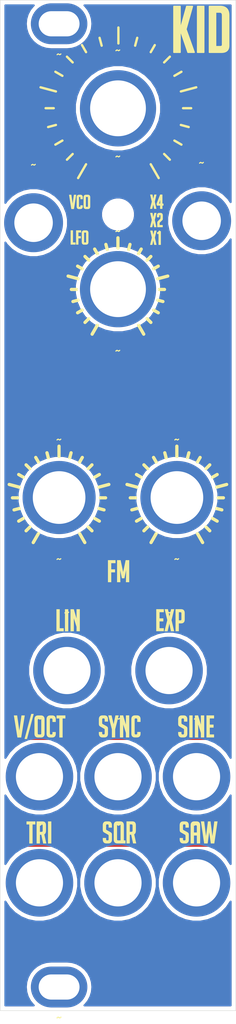
<source format=kicad_pcb>
(kicad_pcb (version 20171130) (host pcbnew "(5.1.0)-1")

  (general
    (thickness 1.6)
    (drawings 700)
    (tracks 9)
    (zones 0)
    (modules 21)
    (nets 1)
  )

  (page A4)
  (layers
    (0 F.Cu signal)
    (31 B.Cu signal)
    (32 B.Adhes user)
    (33 F.Adhes user)
    (34 B.Paste user)
    (35 F.Paste user)
    (36 B.SilkS user)
    (37 F.SilkS user)
    (38 B.Mask user)
    (39 F.Mask user)
    (40 Dwgs.User user)
    (41 Cmts.User user)
    (42 Eco1.User user)
    (43 Eco2.User user)
    (44 Edge.Cuts user)
  )

  (setup
    (last_trace_width 0.25)
    (trace_clearance 0.2)
    (zone_clearance 0.508)
    (zone_45_only no)
    (trace_min 0.2)
    (via_size 0.8)
    (via_drill 0.4)
    (via_min_size 0.4)
    (via_min_drill 0.3)
    (uvia_size 0.3)
    (uvia_drill 0.1)
    (uvias_allowed no)
    (uvia_min_size 0.2)
    (uvia_min_drill 0.1)
    (edge_width 0.05)
    (segment_width 0.2)
    (pcb_text_width 0.3)
    (pcb_text_size 1.5 1.5)
    (mod_edge_width 0.12)
    (mod_text_size 1 1)
    (mod_text_width 0.15)
    (pad_size 1.524 1.524)
    (pad_drill 0.762)
    (pad_to_mask_clearance 0.051)
    (solder_mask_min_width 0.25)
    (aux_axis_origin 0 0)
    (visible_elements 7FFFFFFF)
    (pcbplotparams
      (layerselection 0x010fc_ffffffff)
      (usegerberextensions false)
      (usegerberattributes false)
      (usegerberadvancedattributes false)
      (creategerberjobfile false)
      (excludeedgelayer true)
      (linewidth 0.100000)
      (plotframeref false)
      (viasonmask false)
      (mode 1)
      (useauxorigin false)
      (hpglpennumber 1)
      (hpglpenspeed 20)
      (hpglpendiameter 15.000000)
      (psnegative false)
      (psa4output false)
      (plotreference true)
      (plotvalue true)
      (plotinvisibletext false)
      (padsonsilk false)
      (subtractmaskfromsilk false)
      (outputformat 1)
      (mirror false)
      (drillshape 0)
      (scaleselection 1)
      (outputdirectory "Gerbers/"))
  )

  (net 0 "")

  (net_class Default "This is the default net class."
    (clearance 0.2)
    (trace_width 0.25)
    (via_dia 0.8)
    (via_drill 0.4)
    (uvia_dia 0.3)
    (uvia_drill 0.1)
  )

  (module KraakenStuff:Panel_Graphics_Trimmer_Arc_10mm (layer F.Cu) (tedit 5CBA3E47) (tstamp 5CBB23C1)
    (at 22.5 63.25)
    (fp_text reference ~ (at 0 7.8) (layer F.SilkS)
      (effects (font (size 1 1) (thickness 0.15)))
    )
    (fp_text value Panel_Graphics_Trimmer_Arc_10mm (at 0 -8.4) (layer F.Fab)
      (effects (font (size 1 1) (thickness 0.15)))
    )
    (fp_line (start -5.1 1.4) (end -5.736307 1.5705) (layer F.SilkS) (width 0.416))
    (fp_line (start -1.373485 -5.054544) (end -1.543984 -5.690848) (layer F.SilkS) (width 0.416))
    (fp_line (start 4.554564 -2.59911) (end 5.12506 -2.928486) (layer F.SilkS) (width 0.416))
    (fp_line (start -4.573513 2.671034) (end -5.144009 3.00041) (layer F.SilkS) (width 0.416))
    (fp_line (start -3.73599 3.762503) (end -4.201798 4.228314) (layer F.SilkS) (width 0.416))
    (fp_line (start 1.354538 -5.054553) (end 1.525034 -5.69086) (layer F.SilkS) (width 0.416))
    (fp_line (start 3.71706 -3.690524) (end 4.182867 -4.156336) (layer F.SilkS) (width 0.416))
    (fp_line (start 5.260618 0.035991) (end 5.91937 0.035991) (layer F.SilkS) (width 0.416))
    (fp_line (start -2.644518 -4.528048) (end -2.973894 -5.098544) (layer F.SilkS) (width 0.416))
    (fp_line (start 5.081085 -1.328044) (end 6.333024 -1.6635) (layer F.SilkS) (width 0.416))
    (fp_line (start 2.625565 4.600039) (end 3.27362 5.722493) (layer F.SilkS) (width 0.416))
    (fp_line (start 4.554564 2.671037) (end 5.12506 3.000413) (layer F.SilkS) (width 0.416))
    (fp_line (start -5.099987 -1.328051) (end -6.351926 -1.663507) (layer F.SilkS) (width 0.416))
    (fp_line (start -2.644521 4.600039) (end -3.292572 5.722493) (layer F.SilkS) (width 0.416))
    (fp_line (start -0.009475 -5.234147) (end -0.009475 -6.530252) (layer F.SilkS) (width 0.416))
    (fp_line (start 2.625575 -4.528102) (end 2.954951 -5.098598) (layer F.SilkS) (width 0.416))
    (fp_line (start 5.081072 1.399949) (end 5.717376 1.570448) (layer F.SilkS) (width 0.416))
    (fp_line (start 3.71704 3.762464) (end 4.182852 4.228276) (layer F.SilkS) (width 0.416))
    (fp_line (start -3.735987 -3.690544) (end -4.201798 -4.156352) (layer F.SilkS) (width 0.416))
    (fp_line (start -4.57351 -2.599059) (end -5.144006 -2.928435) (layer F.SilkS) (width 0.416))
    (fp_line (start -5.279564 0.035991) (end -5.938316 0.035991) (layer F.SilkS) (width 0.416))
  )

  (module KraakenStuff:Panel_Graphics_Trimmer_Arc_10mm (layer F.Cu) (tedit 5CBA3E47) (tstamp 5CBB2215)
    (at 7.5 63.25)
    (fp_text reference ~ (at 0 7.8) (layer F.SilkS)
      (effects (font (size 1 1) (thickness 0.15)))
    )
    (fp_text value Panel_Graphics_Trimmer_Arc_10mm (at 0 -8.4) (layer F.Fab)
      (effects (font (size 1 1) (thickness 0.15)))
    )
    (fp_line (start -5.279564 0.035991) (end -5.938316 0.035991) (layer F.SilkS) (width 0.416))
    (fp_line (start -4.57351 -2.599059) (end -5.144006 -2.928435) (layer F.SilkS) (width 0.416))
    (fp_line (start -3.735987 -3.690544) (end -4.201798 -4.156352) (layer F.SilkS) (width 0.416))
    (fp_line (start 3.71704 3.762464) (end 4.182852 4.228276) (layer F.SilkS) (width 0.416))
    (fp_line (start 5.081072 1.399949) (end 5.717376 1.570448) (layer F.SilkS) (width 0.416))
    (fp_line (start 2.625575 -4.528102) (end 2.954951 -5.098598) (layer F.SilkS) (width 0.416))
    (fp_line (start -0.009475 -5.234147) (end -0.009475 -6.530252) (layer F.SilkS) (width 0.416))
    (fp_line (start -2.644521 4.600039) (end -3.292572 5.722493) (layer F.SilkS) (width 0.416))
    (fp_line (start -5.099987 -1.328051) (end -6.351926 -1.663507) (layer F.SilkS) (width 0.416))
    (fp_line (start 4.554564 2.671037) (end 5.12506 3.000413) (layer F.SilkS) (width 0.416))
    (fp_line (start 2.625565 4.600039) (end 3.27362 5.722493) (layer F.SilkS) (width 0.416))
    (fp_line (start 5.081085 -1.328044) (end 6.333024 -1.6635) (layer F.SilkS) (width 0.416))
    (fp_line (start -2.644518 -4.528048) (end -2.973894 -5.098544) (layer F.SilkS) (width 0.416))
    (fp_line (start 5.260618 0.035991) (end 5.91937 0.035991) (layer F.SilkS) (width 0.416))
    (fp_line (start 3.71706 -3.690524) (end 4.182867 -4.156336) (layer F.SilkS) (width 0.416))
    (fp_line (start 1.354538 -5.054553) (end 1.525034 -5.69086) (layer F.SilkS) (width 0.416))
    (fp_line (start -3.73599 3.762503) (end -4.201798 4.228314) (layer F.SilkS) (width 0.416))
    (fp_line (start -4.573513 2.671034) (end -5.144009 3.00041) (layer F.SilkS) (width 0.416))
    (fp_line (start 4.554564 -2.59911) (end 5.12506 -2.928486) (layer F.SilkS) (width 0.416))
    (fp_line (start -1.373485 -5.054544) (end -1.543984 -5.690848) (layer F.SilkS) (width 0.416))
    (fp_line (start -5.1 1.4) (end -5.736307 1.5705) (layer F.SilkS) (width 0.416))
  )

  (module KraakenStuff:Panel_Graphics_Trimmer_Arc_10mm (layer F.Cu) (tedit 5CBA3E47) (tstamp 5CBB1EB1)
    (at 15 36.75)
    (fp_text reference ~ (at 0 7.8) (layer F.SilkS)
      (effects (font (size 1 1) (thickness 0.15)))
    )
    (fp_text value Panel_Graphics_Trimmer_Arc_10mm (at 0 -8.4) (layer F.Fab)
      (effects (font (size 1 1) (thickness 0.15)))
    )
    (fp_line (start -5.279564 0.035991) (end -5.938316 0.035991) (layer F.SilkS) (width 0.416))
    (fp_line (start -4.57351 -2.599059) (end -5.144006 -2.928435) (layer F.SilkS) (width 0.416))
    (fp_line (start -3.735987 -3.690544) (end -4.201798 -4.156352) (layer F.SilkS) (width 0.416))
    (fp_line (start 3.71704 3.762464) (end 4.182852 4.228276) (layer F.SilkS) (width 0.416))
    (fp_line (start 5.081072 1.399949) (end 5.717376 1.570448) (layer F.SilkS) (width 0.416))
    (fp_line (start 2.625575 -4.528102) (end 2.954951 -5.098598) (layer F.SilkS) (width 0.416))
    (fp_line (start -0.009475 -5.234147) (end -0.009475 -6.530252) (layer F.SilkS) (width 0.416))
    (fp_line (start -2.644521 4.600039) (end -3.292572 5.722493) (layer F.SilkS) (width 0.416))
    (fp_line (start -5.099987 -1.328051) (end -6.351926 -1.663507) (layer F.SilkS) (width 0.416))
    (fp_line (start 4.554564 2.671037) (end 5.12506 3.000413) (layer F.SilkS) (width 0.416))
    (fp_line (start 2.625565 4.600039) (end 3.27362 5.722493) (layer F.SilkS) (width 0.416))
    (fp_line (start 5.081085 -1.328044) (end 6.333024 -1.6635) (layer F.SilkS) (width 0.416))
    (fp_line (start -2.644518 -4.528048) (end -2.973894 -5.098544) (layer F.SilkS) (width 0.416))
    (fp_line (start 5.260618 0.035991) (end 5.91937 0.035991) (layer F.SilkS) (width 0.416))
    (fp_line (start 3.71706 -3.690524) (end 4.182867 -4.156336) (layer F.SilkS) (width 0.416))
    (fp_line (start 1.354538 -5.054553) (end 1.525034 -5.69086) (layer F.SilkS) (width 0.416))
    (fp_line (start -3.73599 3.762503) (end -4.201798 4.228314) (layer F.SilkS) (width 0.416))
    (fp_line (start -4.573513 2.671034) (end -5.144009 3.00041) (layer F.SilkS) (width 0.416))
    (fp_line (start 4.554564 -2.59911) (end 5.12506 -2.928486) (layer F.SilkS) (width 0.416))
    (fp_line (start -1.373485 -5.054544) (end -1.543984 -5.690848) (layer F.SilkS) (width 0.416))
    (fp_line (start -5.1 1.4) (end -5.736307 1.5705) (layer F.SilkS) (width 0.416))
  )

  (module KraakenStuff:Panel_Graphics_Pot_Arc_16mm (layer F.Cu) (tedit 5CBA3C0A) (tstamp 5CBB17F3)
    (at 15.05 13.7)
    (fp_text reference ~ (at -0.09144 13.50772) (layer F.SilkS)
      (effects (font (size 1 1) (thickness 0.15)))
    )
    (fp_text value Panel_Graphics_Pot_Arc_16mm (at 0.0254 -15.23492) (layer F.Fab)
      (effects (font (size 1 1) (thickness 0.15)))
    )
    (fp_line (start -7.131309 4.151845) (end -8.022709 4.666494) (layer F.SilkS) (width 0.3))
    (fp_line (start -5.822679 5.857265) (end -6.550504 6.585095) (layer F.SilkS) (width 0.3))
    (fp_line (start -2.131265 -7.91937) (end -2.397669 -8.913595) (layer F.SilkS) (width 0.3))
    (fp_line (start 8.234521 0.03459) (end 9.263821 0.03459) (layer F.SilkS) (width 0.3))
    (fp_line (start 4.117251 7.165915) (end 5.129836 8.91975) (layer F.SilkS) (width 0.3))
    (fp_line (start -5.822674 -5.78812) (end -6.550504 -6.515945) (layer F.SilkS) (width 0.3))
    (fp_line (start -4.117254 -7.09672) (end -4.631904 -7.98812) (layer F.SilkS) (width 0.3))
    (fp_line (start 2.131271 -7.919385) (end 2.397671 -8.913615) (layer F.SilkS) (width 0.3))
    (fp_line (start 7.131311 4.15185) (end 8.022711 4.6665) (layer F.SilkS) (width 0.3))
    (fp_line (start -7.953944 2.165855) (end -8.948174 2.432259) (layer F.SilkS) (width 0.3))
    (fp_line (start 5.822681 5.857205) (end 6.550511 6.585035) (layer F.SilkS) (width 0.3))
    (fp_line (start 5.822711 -5.78809) (end 6.550536 -6.51592) (layer F.SilkS) (width 0.3))
    (fp_line (start 7.954001 -2.096715) (end 9.910156 -2.620865) (layer F.SilkS) (width 0.3))
    (fp_line (start 7.953981 2.165775) (end 8.948206 2.43218) (layer F.SilkS) (width 0.3))
    (fp_line (start 7.131311 -4.082755) (end 8.022711 -4.597405) (layer F.SilkS) (width 0.3))
    (fp_line (start -8.234514 0.03459) (end -9.263814 0.03459) (layer F.SilkS) (width 0.3))
    (fp_line (start -7.953925 -2.096725) (end -9.910079 -2.620875) (layer F.SilkS) (width 0.3))
    (fp_line (start -4.117259 7.165915) (end -5.129839 8.91975) (layer F.SilkS) (width 0.3))
    (fp_line (start -7.131304 -4.082675) (end -8.022704 -4.597325) (layer F.SilkS) (width 0.3))
    (fp_line (start 4.117266 -7.096805) (end 4.631916 -7.988205) (layer F.SilkS) (width 0.3))
    (fp_line (start 0 -8.2) (end 0 -10.225165) (layer F.SilkS) (width 0.3))
  )

  (module KraakenStuff:Panel_LED_3.05mm (layer F.Cu) (tedit 5CB9C8F5) (tstamp 5CBB018E)
    (at 15 27.25)
    (descr "Mounting Hole 6.4mm, no annular, M6")
    (tags "mounting hole 6.4mm no annular m6")
    (attr virtual)
    (fp_text reference ~ (at 0 -7.4) (layer F.SilkS)
      (effects (font (size 1 1) (thickness 0.15)))
    )
    (fp_text value Panel_LED_3.05mm (at -0.01016 2.77876) (layer F.Fab)
      (effects (font (size 1 1) (thickness 0.15)))
    )
    (fp_text user %R (at -0.01016 -5.77088) (layer F.Fab)
      (effects (font (size 1 1) (thickness 0.15)))
    )
    (pad "" np_thru_hole circle (at 0 0) (size 3.05 3.05) (drill 3.05) (layers *.Cu *.Mask))
  )

  (module KraakenStuff:Panel_Screw_Elliptical (layer F.Cu) (tedit 5CB9BE5B) (tstamp 5CBB0083)
    (at 7.5 125.5)
    (fp_text reference ~ (at 0.01016 3.85572) (layer F.SilkS)
      (effects (font (size 1 1) (thickness 0.15)))
    )
    (fp_text value Panel_Screw_Elliptical (at 0.01016 -3.79984) (layer F.Fab)
      (effects (font (size 1 1) (thickness 0.15)))
    )
    (pad "" np_thru_hole roundrect (at 0 0) (size 7.2 5.2) (drill oval 5.2 3.2) (layers *.Cu *.Mask) (roundrect_rratio 0.5))
  )

  (module KraakenStuff:Panel_Screw_Elliptical (layer F.Cu) (tedit 5CB9BE5B) (tstamp 5CBB007A)
    (at 7.5 3)
    (fp_text reference ~ (at 0.01016 3.85572) (layer F.SilkS)
      (effects (font (size 1 1) (thickness 0.15)))
    )
    (fp_text value Panel_Screw_Elliptical (at 0.01016 -3.79984) (layer F.Fab)
      (effects (font (size 1 1) (thickness 0.15)))
    )
    (pad "" np_thru_hole roundrect (at 0 0) (size 7.2 5.2) (drill oval 5.2 3.2) (layers *.Cu *.Mask) (roundrect_rratio 0.5))
  )

  (module KraakenStuff:Panel_Thonkiconn_6mm (layer F.Cu) (tedit 5CB9BA4E) (tstamp 5CBA0761)
    (at 25 112.25)
    (descr "Mounting Hole 6.4mm, no annular, M6")
    (tags "mounting hole 6.4mm no annular m6")
    (attr virtual)
    (fp_text reference ~ (at 0 -7.4) (layer F.SilkS)
      (effects (font (size 1 1) (thickness 0.15)))
    )
    (fp_text value Panel_Thonkiconn_6mm (at 0 7.4) (layer F.Fab)
      (effects (font (size 1 1) (thickness 0.15)))
    )
    (fp_text user %R (at 0.3 0) (layer F.Fab)
      (effects (font (size 1 1) (thickness 0.15)))
    )
    (pad "" np_thru_hole circle (at 0 0) (size 8.6 8.6) (drill 6) (layers *.Cu *.Mask))
  )

  (module KraakenStuff:Panel_Thonkiconn_6mm (layer F.Cu) (tedit 5CB9BA4E) (tstamp 5CBA0747)
    (at 15 112.25)
    (descr "Mounting Hole 6.4mm, no annular, M6")
    (tags "mounting hole 6.4mm no annular m6")
    (attr virtual)
    (fp_text reference ~ (at 0 -7.4) (layer F.SilkS)
      (effects (font (size 1 1) (thickness 0.15)))
    )
    (fp_text value Panel_Thonkiconn_6mm (at 0 7.4) (layer F.Fab)
      (effects (font (size 1 1) (thickness 0.15)))
    )
    (fp_text user %R (at 0.3 0) (layer F.Fab)
      (effects (font (size 1 1) (thickness 0.15)))
    )
    (pad "" np_thru_hole circle (at 0 0) (size 8.6 8.6) (drill 6) (layers *.Cu *.Mask))
  )

  (module KraakenStuff:Panel_Thonkiconn_6mm (layer F.Cu) (tedit 5CB9BA4E) (tstamp 5CBA072D)
    (at 5 112.25)
    (descr "Mounting Hole 6.4mm, no annular, M6")
    (tags "mounting hole 6.4mm no annular m6")
    (attr virtual)
    (fp_text reference ~ (at 0 -7.4) (layer F.SilkS)
      (effects (font (size 1 1) (thickness 0.15)))
    )
    (fp_text value Panel_Thonkiconn_6mm (at 0 7.4) (layer F.Fab)
      (effects (font (size 1 1) (thickness 0.15)))
    )
    (fp_text user %R (at 0.3 0) (layer F.Fab)
      (effects (font (size 1 1) (thickness 0.15)))
    )
    (pad "" np_thru_hole circle (at 0 0) (size 8.6 8.6) (drill 6) (layers *.Cu *.Mask))
  )

  (module KraakenStuff:Panel_Thonkiconn_6mm (layer F.Cu) (tedit 5CB9BA4E) (tstamp 5CBA0713)
    (at 25 98.75)
    (descr "Mounting Hole 6.4mm, no annular, M6")
    (tags "mounting hole 6.4mm no annular m6")
    (attr virtual)
    (fp_text reference ~ (at 0 -7.4) (layer F.SilkS)
      (effects (font (size 1 1) (thickness 0.15)))
    )
    (fp_text value Panel_Thonkiconn_6mm (at 0 7.4) (layer F.Fab)
      (effects (font (size 1 1) (thickness 0.15)))
    )
    (fp_text user %R (at 0.3 0) (layer F.Fab)
      (effects (font (size 1 1) (thickness 0.15)))
    )
    (pad "" np_thru_hole circle (at 0 0) (size 8.6 8.6) (drill 6) (layers *.Cu *.Mask))
  )

  (module KraakenStuff:Panel_Thonkiconn_6mm (layer F.Cu) (tedit 5CB9BA4E) (tstamp 5CBA06F9)
    (at 15 98.75)
    (descr "Mounting Hole 6.4mm, no annular, M6")
    (tags "mounting hole 6.4mm no annular m6")
    (attr virtual)
    (fp_text reference ~ (at 0 -7.4) (layer F.SilkS)
      (effects (font (size 1 1) (thickness 0.15)))
    )
    (fp_text value Panel_Thonkiconn_6mm (at 0 7.4) (layer F.Fab)
      (effects (font (size 1 1) (thickness 0.15)))
    )
    (fp_text user %R (at 0.3 0) (layer F.Fab)
      (effects (font (size 1 1) (thickness 0.15)))
    )
    (pad "" np_thru_hole circle (at 0 0) (size 8.6 8.6) (drill 6) (layers *.Cu *.Mask))
  )

  (module KraakenStuff:Panel_Thonkiconn_6mm (layer F.Cu) (tedit 5CB9BA4E) (tstamp 5CBA06DF)
    (at 5 98.75)
    (descr "Mounting Hole 6.4mm, no annular, M6")
    (tags "mounting hole 6.4mm no annular m6")
    (attr virtual)
    (fp_text reference ~ (at 0 -7.4) (layer F.SilkS)
      (effects (font (size 1 1) (thickness 0.15)))
    )
    (fp_text value Panel_Thonkiconn_6mm (at 0 7.4) (layer F.Fab)
      (effects (font (size 1 1) (thickness 0.15)))
    )
    (fp_text user %R (at 0.3 0) (layer F.Fab)
      (effects (font (size 1 1) (thickness 0.15)))
    )
    (pad "" np_thru_hole circle (at 0 0) (size 8.6 8.6) (drill 6) (layers *.Cu *.Mask))
  )

  (module KraakenStuff:Panel_Thonkiconn_6mm (layer F.Cu) (tedit 5CB9BA4E) (tstamp 5CBA06C5)
    (at 21.5 85.25)
    (descr "Mounting Hole 6.4mm, no annular, M6")
    (tags "mounting hole 6.4mm no annular m6")
    (attr virtual)
    (fp_text reference ~ (at 0 -7.4) (layer F.SilkS)
      (effects (font (size 1 1) (thickness 0.15)))
    )
    (fp_text value Panel_Thonkiconn_6mm (at 0 7.4) (layer F.Fab)
      (effects (font (size 1 1) (thickness 0.15)))
    )
    (fp_text user %R (at 0.3 0) (layer F.Fab)
      (effects (font (size 1 1) (thickness 0.15)))
    )
    (pad "" np_thru_hole circle (at 0 0) (size 8.6 8.6) (drill 6) (layers *.Cu *.Mask))
  )

  (module KraakenStuff:Panel_Thonkiconn_6mm (layer F.Cu) (tedit 5CB9BA4E) (tstamp 5CBA06AB)
    (at 8.5 85.25)
    (descr "Mounting Hole 6.4mm, no annular, M6")
    (tags "mounting hole 6.4mm no annular m6")
    (attr virtual)
    (fp_text reference ~ (at 0 -7.4) (layer F.SilkS)
      (effects (font (size 1 1) (thickness 0.15)))
    )
    (fp_text value Panel_Thonkiconn_6mm (at 0 7.4) (layer F.Fab)
      (effects (font (size 1 1) (thickness 0.15)))
    )
    (fp_text user %R (at 0.3 0) (layer F.Fab)
      (effects (font (size 1 1) (thickness 0.15)))
    )
    (pad "" np_thru_hole circle (at 0 0) (size 8.6 8.6) (drill 6) (layers *.Cu *.Mask))
  )

  (module KraakenStuff:Panel_SubSwitch_4.9mm (layer F.Cu) (tedit 5CB9BCDB) (tstamp 5CBA068C)
    (at 25.65 28.05)
    (descr "Mounting Hole 6.4mm, no annular, M6")
    (tags "mounting hole 6.4mm no annular m6")
    (attr virtual)
    (fp_text reference ~ (at 0 -7.4) (layer F.SilkS)
      (effects (font (size 1 1) (thickness 0.15)))
    )
    (fp_text value Panel_SubSwitch_4.9mm (at 0 7.4) (layer F.Fab)
      (effects (font (size 1 1) (thickness 0.15)))
    )
    (fp_text user %R (at 0.3 0) (layer F.Fab)
      (effects (font (size 1 1) (thickness 0.15)))
    )
    (pad "" np_thru_hole circle (at 0 0) (size 7.5 7.5) (drill 4.9) (layers *.Cu *.Mask))
  )

  (module KraakenStuff:Panel_SubSwitch_4.9mm (layer F.Cu) (tedit 5CB9BCDB) (tstamp 5CBA0672)
    (at 4.25 28.3)
    (descr "Mounting Hole 6.4mm, no annular, M6")
    (tags "mounting hole 6.4mm no annular m6")
    (attr virtual)
    (fp_text reference ~ (at 0 -7.4) (layer F.SilkS)
      (effects (font (size 1 1) (thickness 0.15)))
    )
    (fp_text value Panel_SubSwitch_4.9mm (at 0 7.4) (layer F.Fab)
      (effects (font (size 1 1) (thickness 0.15)))
    )
    (fp_text user %R (at 0.3 0) (layer F.Fab)
      (effects (font (size 1 1) (thickness 0.15)))
    )
    (pad "" np_thru_hole circle (at 0 0) (size 7.5 7.5) (drill 4.9) (layers *.Cu *.Mask))
  )

  (module KraakenStuff:Panel_Trimmer_6.7mm (layer F.Cu) (tedit 5CB9BA6A) (tstamp 5CBA0653)
    (at 22.5 63.25)
    (descr "Mounting Hole 6.4mm, no annular, M6")
    (tags "mounting hole 6.4mm no annular m6")
    (attr virtual)
    (fp_text reference ~ (at 0 -7.4) (layer F.SilkS)
      (effects (font (size 1 1) (thickness 0.15)))
    )
    (fp_text value Panel_Trimmer_6.7mm (at 0 7.4) (layer F.Fab)
      (effects (font (size 1 1) (thickness 0.15)))
    )
    (fp_text user %R (at 0.3 0) (layer F.Fab)
      (effects (font (size 1 1) (thickness 0.15)))
    )
    (pad "" np_thru_hole circle (at 0 0) (size 9.3 9.3) (drill 6.7) (layers *.Cu *.Mask))
  )

  (module KraakenStuff:Panel_Trimmer_6.7mm (layer F.Cu) (tedit 5CB9BA6A) (tstamp 5CBB2294)
    (at 7.5 63.25)
    (descr "Mounting Hole 6.4mm, no annular, M6")
    (tags "mounting hole 6.4mm no annular m6")
    (attr virtual)
    (fp_text reference ~ (at 0 -7.4) (layer F.SilkS)
      (effects (font (size 1 1) (thickness 0.15)))
    )
    (fp_text value Panel_Trimmer_6.7mm (at 0 7.4) (layer F.Fab)
      (effects (font (size 1 1) (thickness 0.15)))
    )
    (fp_text user %R (at 0.3 0) (layer F.Fab)
      (effects (font (size 1 1) (thickness 0.15)))
    )
    (pad "" np_thru_hole circle (at 0 0) (size 9.3 9.3) (drill 6.7) (layers *.Cu *.Mask))
  )

  (module KraakenStuff:Panel_Pot_7.1mm (layer F.Cu) (tedit 5CB9BBF3) (tstamp 5CBA0610)
    (at 15 36.75)
    (descr "Mounting Hole 6.4mm, no annular, M6")
    (tags "mounting hole 6.4mm no annular m6")
    (attr virtual)
    (fp_text reference ~ (at 0 -7.4) (layer F.SilkS)
      (effects (font (size 1 1) (thickness 0.15)))
    )
    (fp_text value Panel_Pot_7.1mm (at 0 7.4) (layer F.Fab)
      (effects (font (size 1 1) (thickness 0.15)))
    )
    (fp_text user %R (at 0.3 0) (layer F.Fab)
      (effects (font (size 1 1) (thickness 0.15)))
    )
    (pad "" np_thru_hole circle (at 0 0) (size 9.7 9.7) (drill 7.1) (layers *.Cu *.Mask))
  )

  (module KraakenStuff:Panel_Pot_7.1mm (layer F.Cu) (tedit 5CB9BBF3) (tstamp 5CBA05F6)
    (at 15 13.75)
    (descr "Mounting Hole 6.4mm, no annular, M6")
    (tags "mounting hole 6.4mm no annular m6")
    (attr virtual)
    (fp_text reference ~ (at 0 -7.4) (layer F.SilkS)
      (effects (font (size 1 1) (thickness 0.15)))
    )
    (fp_text value Panel_Pot_7.1mm (at 0 7.4) (layer F.Fab)
      (effects (font (size 1 1) (thickness 0.15)))
    )
    (fp_text user %R (at 0.3 0) (layer F.Fab)
      (effects (font (size 1 1) (thickness 0.15)))
    )
    (pad "" np_thru_hole circle (at 0 0) (size 9.7 9.7) (drill 7.1) (layers *.Cu *.Mask))
  )

  (gr_poly (pts (xy 25.59 104.47) (xy 25.95 104.47) (xy 26.21 106.51) (xy 26.48 104.46) (xy 26.76 104.46) (xy 27.02 106.5) (xy 27.28 104.47) (xy 27.64 104.47) (xy 27.24 107.21) (xy 26.84 107.21) (xy 26.61 105.63) (xy 26.390738 107.21604) (xy 25.99 107.22)) (layer F.SilkS) (width 0.01))
  (gr_poly (pts (xy 25.01 104.83) (xy 25.43 104.83) (xy 25.43 107.22) (xy 25.064166 107.21604) (xy 25.06 106.22) (xy 25.02 106.06) (xy 25.05 105.86) (xy 25.06 104.93)) (layer F.SilkS) (width 0.01))
  (gr_poly (pts (xy 24.28 107.21) (xy 24.28 104.8) (xy 24.34 104.63) (xy 24.45 104.53) (xy 24.62 104.47) (xy 25.09 104.47) (xy 25.27 104.54) (xy 25.38 104.66) (xy 25.43 104.84) (xy 25.02 104.85) (xy 24.93 104.8) (xy 24.75 104.8) (xy 24.66 104.84) (xy 24.63 105.03) (xy 24.64 105.87) (xy 25.06 105.88) (xy 25.07 106.21) (xy 24.64 106.21) (xy 24.64 107.21)) (layer F.SilkS) (width 0.01))
  (gr_poly (pts (xy 23.63 105.19) (xy 23.98 105.19) (xy 23.98 104.87) (xy 23.96 104.7) (xy 23.85 104.55) (xy 23.7 104.48) (xy 23.2 104.47) (xy 23.03 104.54) (xy 22.93 104.64) (xy 22.88 104.82) (xy 22.88 105.64) (xy 22.96 105.77) (xy 23.61 106.16) (xy 23.62 106.76) (xy 23.56 106.88) (xy 23.32 106.87) (xy 23.25 106.78) (xy 23.245156 106.571836) (xy 22.89 106.57) (xy 22.88 106.83) (xy 22.94 107.02) (xy 23.04 107.15) (xy 23.28 107.22) (xy 23.64 107.21) (xy 23.81 107.16) (xy 23.92 107.05) (xy 23.98 106.84) (xy 23.98 106.01) (xy 23.885521 105.881619) (xy 23.26 105.51) (xy 23.24 105.42) (xy 23.25 104.87) (xy 23.34 104.79) (xy 23.53 104.8) (xy 23.61 104.87) (xy 23.63 105)) (layer F.SilkS) (width 0.01))
  (gr_poly (pts (xy 16.42 104.45) (xy 16.93 104.46) (xy 17.11 104.54) (xy 17.22 104.69) (xy 17.25 104.91) (xy 17.24 105.68) (xy 17.22 105.85) (xy 17.14 105.97) (xy 17.02 106.07) (xy 17.28 107.2) (xy 16.94 107.21) (xy 16.69 106.11) (xy 16.42 106.1) (xy 16.4 105.78) (xy 16.68 105.79) (xy 16.81 105.77) (xy 16.87 105.69) (xy 16.87 104.91) (xy 16.81 104.82) (xy 16.7 104.79) (xy 16.42 104.79)) (layer F.SilkS) (width 0.01))
  (gr_poly (pts (xy 16.1 107.21) (xy 16.10614 104.459666) (xy 16.47 104.45) (xy 16.47 105.78) (xy 16.47 107.21)) (layer F.SilkS) (width 0.01))
  (gr_poly (pts (xy 15.09 106.88) (xy 15.37 106.87) (xy 15.45 107.18) (xy 15.38 107.22) (xy 15.07 107.21)) (layer F.SilkS) (width 0.01))
  (gr_poly (pts (xy 14.5 104.74) (xy 14.62 104.55) (xy 14.78 104.48) (xy 15 104.46) (xy 15.38 104.46) (xy 15.58 104.54) (xy 15.69 104.71) (xy 15.72 104.96) (xy 15.72 106.88) (xy 15.92 106.88) (xy 15.92987 107.212867) (xy 15.39 107.21) (xy 15.34 106.87) (xy 15.35 104.9) (xy 15.28 104.8) (xy 15 104.79) (xy 14.88 104.84) (xy 14.84 104.96) (xy 14.85 106.75) (xy 14.9 106.84) (xy 15 106.88) (xy 15.15 106.87) (xy 15.14 107.22) (xy 14.82 107.2) (xy 14.65 107.15) (xy 14.53 107.01) (xy 14.48 106.78)) (layer F.SilkS) (width 0.01))
  (gr_poly (pts (xy 14.19 105.2) (xy 14.19 104.78) (xy 14.12 104.63) (xy 14.03 104.53) (xy 13.89 104.48) (xy 13.41 104.46) (xy 13.24 104.52) (xy 13.11 104.69) (xy 13.09 105.62) (xy 13.18 105.78) (xy 13.8 106.14) (xy 13.82 106.19) (xy 13.83 106.73) (xy 13.8 106.83) (xy 13.7 106.89) (xy 13.5 106.85) (xy 13.45 106.73) (xy 13.45 106.58) (xy 13.09 106.57) (xy 13.1 106.91) (xy 13.23 107.15) (xy 13.57 107.22) (xy 13.88 107.19) (xy 14.03 107.14) (xy 14.13 107.04) (xy 14.19 106.83) (xy 14.19 106.05) (xy 14.13 105.89) (xy 13.48 105.52) (xy 13.45 105.43) (xy 13.46 104.88) (xy 13.53 104.8) (xy 13.74 104.8) (xy 13.81 104.86) (xy 13.84 105.01) (xy 13.83 105.19)) (layer F.SilkS) (width 0.01))
  (gr_poly (pts (xy 6.124 104.47) (xy 6.474 104.47) (xy 6.484 107.21) (xy 6.124 107.21)) (layer F.SilkS) (width 0.01))
  (gr_poly (pts (xy 4.974 104.46) (xy 5.474 104.47) (xy 5.654 104.54) (xy 5.754 104.66) (xy 5.804 104.82) (xy 5.794 105.74) (xy 5.754 105.89) (xy 5.694 105.97) (xy 5.574 106.07) (xy 5.834 107.21) (xy 5.494 107.22) (xy 5.253261 106.107671) (xy 4.974 106.11) (xy 4.964 105.78) (xy 5.294 105.79) (xy 5.374 105.77) (xy 5.434 105.67) (xy 5.434 104.91) (xy 5.384 104.83) (xy 5.294 104.8) (xy 4.974 104.8)) (layer F.SilkS) (width 0.01))
  (gr_poly (pts (xy 4.664 104.47) (xy 4.664 107.23) (xy 5.034 107.21) (xy 5.014 104.47) (xy 4.662743 104.466488)) (layer F.SilkS) (width 0.01))
  (gr_poly (pts (xy 3.374 104.48) (xy 3.384 104.8) (xy 3.724 104.8) (xy 3.727952 107.219689) (xy 4.094 107.22) (xy 4.094 104.81) (xy 4.448848 104.800096) (xy 4.444 104.47)) (layer F.SilkS) (width 0.01))
  (gr_poly (pts (xy 26.29 90.99) (xy 27.2 90.98) (xy 27.2 91.32) (xy 26.658426 91.316917) (xy 26.66 92.14) (xy 27.141579 92.152846) (xy 27.14 92.48) (xy 26.65 92.49) (xy 26.658426 93.402908) (xy 27.21 93.41) (xy 27.202932 93.73651) (xy 26.290306 93.73651)) (layer F.SilkS) (width 0.01))
  (gr_poly (pts (xy 24.814909 90.983309) (xy 24.82 93.73) (xy 25.17 93.73) (xy 25.18 91.94) (xy 25.58 93.18) (xy 25.58 93.73) (xy 25.95 93.73) (xy 25.94 90.99) (xy 25.58 90.99) (xy 25.57 92.29) (xy 25.19 90.99)) (layer F.SilkS) (width 0.01))
  (gr_poly (pts (xy 24.11 91) (xy 24.46 90.99) (xy 24.48 93.73) (xy 24.11 93.73)) (layer F.SilkS) (width 0.01))
  (gr_poly (pts (xy 23.8 91.71) (xy 23.8 91.32) (xy 23.72 91.14) (xy 23.6 91.03) (xy 23.42 90.97) (xy 23.01 90.99) (xy 22.84 91.05) (xy 22.7 91.25) (xy 22.68 91.6) (xy 22.69 92.18) (xy 22.78 92.3) (xy 23.39 92.64) (xy 23.43 92.72) (xy 23.43 93.28) (xy 23.39 93.37) (xy 23.3 93.41) (xy 23.11 93.38) (xy 23.06 93.29) (xy 23.06 93.1) (xy 22.69 93.09) (xy 22.7 93.35) (xy 22.76 93.54) (xy 22.9 93.7) (xy 23.32 93.75) (xy 23.56 93.7) (xy 23.7 93.61) (xy 23.8 93.39) (xy 23.79 92.54) (xy 23.7 92.39) (xy 23.08583 92.041647) (xy 23.06 91.91) (xy 23.06 91.42) (xy 23.12 91.33) (xy 23.27 91.31) (xy 23.39 91.34) (xy 23.43 91.44) (xy 23.44 91.71)) (layer F.SilkS) (width 0.01))
  (gr_poly (pts (xy 17.84 91.75) (xy 17.84 91.36) (xy 17.8 91.18) (xy 17.67 91.04) (xy 17.48 90.98) (xy 17.05 90.98) (xy 16.87 91.05) (xy 16.77 91.19) (xy 16.72 91.48) (xy 16.73 93.37) (xy 16.79 93.54) (xy 16.9 93.68) (xy 17.1 93.74) (xy 17.5 93.73) (xy 17.7 93.66) (xy 17.81 93.5) (xy 17.84 93.33) (xy 17.84 93.09) (xy 17.48 93.09) (xy 17.47 93.31) (xy 17.41 93.38) (xy 17.23 93.41) (xy 17.11 93.36) (xy 17.09 93.27) (xy 17.1 91.41) (xy 17.17 91.32) (xy 17.35 91.31) (xy 17.43 91.35) (xy 17.47 91.46) (xy 17.48 91.75) (xy 17.84 91.76)) (layer F.SilkS) (width 0.01))
  (gr_poly (pts (xy 15.27 90.98) (xy 15.27 93.73) (xy 15.63 93.73) (xy 15.63 91.93) (xy 16.04 93.2) (xy 16.04 93.73) (xy 16.4 93.73) (xy 16.400312 90.980136) (xy 16.032192 90.980136) (xy 16.032192 92.310724) (xy 15.64 90.98)) (layer F.SilkS) (width 0.01))
  (gr_poly (pts (xy 13.81 90.98) (xy 14.16 90.99) (xy 14.44 92.16) (xy 14.7 90.98) (xy 15.05 90.98) (xy 14.62 92.73) (xy 14.61 93.73) (xy 14.24 93.71) (xy 14.24 92.72)) (layer F.SilkS) (width 0.01))
  (gr_poly (pts (xy 13.69 91.71) (xy 13.69 91.34) (xy 13.62 91.12) (xy 13.51 91.04) (xy 13.31 90.98) (xy 12.94 90.98) (xy 12.79 91.03) (xy 12.66 91.13) (xy 12.59 91.29) (xy 12.59 92.13) (xy 12.64 92.28) (xy 12.89 92.42) (xy 13.3 92.65) (xy 13.33 92.8) (xy 13.32 93.3) (xy 13.26 93.39) (xy 13.07 93.4) (xy 12.97 93.34) (xy 12.95 93.25) (xy 12.955156 93.089133) (xy 12.59 93.09) (xy 12.6 93.36) (xy 12.69 93.61) (xy 12.86 93.72) (xy 13.38 93.73) (xy 13.6 93.62) (xy 13.68 93.43) (xy 13.7 92.66) (xy 13.67 92.45) (xy 13.47 92.31) (xy 12.97 92.02) (xy 12.96 91.44) (xy 13 91.33) (xy 13.13 91.31) (xy 13.28 91.34) (xy 13.33 91.43) (xy 13.33 91.71)) (layer F.SilkS) (width 0.01))
  (gr_poly (pts (xy 7.200947 90.986957) (xy 8.28 90.99) (xy 8.27 91.32) (xy 7.91 91.32) (xy 7.93 93.73) (xy 7.56 93.73) (xy 7.553722 91.320566) (xy 7.2 91.31)) (layer F.SilkS) (width 0.01))
  (gr_poly (pts (xy 6.32 90.99) (xy 6.16 91.02) (xy 5.96 91.2) (xy 5.93 91.52) (xy 5.93 93.31) (xy 5.97 93.51) (xy 6.06 93.65) (xy 6.21 93.72) (xy 6.63 93.74) (xy 6.79 93.72) (xy 6.94 93.62) (xy 7.02 93.49) (xy 7.050137 93.272345) (xy 7.04 93.11) (xy 6.68 93.11) (xy 6.68 93.26) (xy 6.65 93.35) (xy 6.57 93.41) (xy 6.35 93.39) (xy 6.3 93.28) (xy 6.3 91.47) (xy 6.32 91.36) (xy 6.42 91.32) (xy 6.59 91.32) (xy 6.67 91.39) (xy 6.69 91.54) (xy 6.69 91.76) (xy 7.04 91.76) (xy 7.04 91.31) (xy 6.97 91.13) (xy 6.85 91.04) (xy 6.7 90.99)) (layer F.SilkS) (width 0.01))
  (gr_poly (pts (xy 5 90.99) (xy 4.99 91.31) (xy 5.14 91.32) (xy 5.18 91.33) (xy 5.22 90.99)) (layer F.SilkS) (width 0.01))
  (gr_poly (pts (xy 4.78 90.98) (xy 4.56 91.04) (xy 4.42 91.22) (xy 4.38 91.44) (xy 4.4 93.36) (xy 4.46 93.56) (xy 4.58 93.69) (xy 4.87 93.74) (xy 5.28 93.73) (xy 5.47 93.65) (xy 5.59 93.52) (xy 5.63 93.25) (xy 5.62 91.36) (xy 5.57 91.18) (xy 5.49 91.08) (xy 5.38 91.02) (xy 5.181402 90.986957) (xy 5.15 91.33) (xy 5.25 91.4) (xy 5.26 93.26) (xy 5.23 93.36) (xy 5.13 93.41) (xy 4.84 93.4) (xy 4.76 93.32) (xy 4.75 91.44) (xy 4.81 91.34) (xy 4.92 91.31) (xy 5.04 91.32) (xy 5.05 90.99)) (layer F.SilkS) (width 0.01))
  (gr_poly (pts (xy 3.98 90.8) (xy 3.14 93.92) (xy 3.39 93.93) (xy 4.23 90.8)) (layer F.SilkS) (width 0.01))
  (gr_poly (pts (xy 1.77 90.99) (xy 2.22 93.74) (xy 2.65 93.74) (xy 3.097925 90.986957) (xy 2.73 90.99) (xy 2.43 93.04) (xy 2.13 90.98)) (layer F.SilkS) (width 0.01))
  (gr_poly (pts (xy 22.77 77.47) (xy 22.79 77.8) (xy 23 77.81) (xy 23.1 77.87) (xy 23.09 77.47)) (layer F.SilkS) (width 0.01))
  (gr_poly (pts (xy 22.351885 77.473784) (xy 22.36 80.21) (xy 22.72 80.22) (xy 22.72 79.24) (xy 23.1 79.23) (xy 23.29 79.16) (xy 23.42 79.02) (xy 23.47 78.8) (xy 23.46 77.82) (xy 23.39 77.63) (xy 23.26 77.51) (xy 23.07 77.47) (xy 23.06 77.84) (xy 23.1 77.93) (xy 23.1 78.79) (xy 23.02 78.9) (xy 22.71 78.89) (xy 22.71 77.82) (xy 22.82 77.8) (xy 22.83 77.47)) (layer F.SilkS) (width 0.01))
  (gr_poly (pts (xy 20.98 77.47) (xy 21.33 77.47) (xy 21.54 78.47) (xy 21.78 77.48) (xy 22.12 77.48) (xy 21.792106 78.835046) (xy 22.11 80.22) (xy 21.76 80.22) (xy 21.55 79.19) (xy 21.293614 80.226986) (xy 20.96 80.22) (xy 21.3 78.84) (xy 20.975345 77.473784)) (layer F.SilkS) (width 0.01))
  (gr_poly (pts (xy 19.895382 77.473784) (xy 20.81 77.48) (xy 20.8 77.79) (xy 20.27 77.8) (xy 20.26 78.64) (xy 20.75 78.65) (xy 20.74 78.97) (xy 20.27 78.97) (xy 20.27 79.89) (xy 20.8 79.89) (xy 20.81 80.22) (xy 19.89 80.21)) (layer F.SilkS) (width 0.01))
  (gr_poly (pts (xy 8.99 77.48) (xy 8.99 80.23) (xy 9.35 80.22) (xy 9.36 78.44) (xy 9.74 79.69) (xy 9.745896 80.233807) (xy 10.11 80.22) (xy 10.11 77.47) (xy 9.75 77.47) (xy 9.75 78.79) (xy 9.36 77.49)) (layer F.SilkS) (width 0.01))
  (gr_poly (pts (xy 8.27134 77.480606) (xy 8.27134 80.233807) (xy 8.63 80.23) (xy 8.639455 77.480606)) (layer F.SilkS) (width 0.01))
  (gr_poly (pts (xy 7.18 77.49) (xy 7.19 80.23) (xy 8.059656 80.233807) (xy 8.06 79.91) (xy 7.553502 79.900199) (xy 7.55 77.5)) (layer F.SilkS) (width 0.01))
  (gr_poly (pts (xy 14.91 71.24) (xy 14.91 73.98) (xy 15.27 73.98) (xy 15.24 72.19) (xy 15.52 73.48) (xy 15.78 73.48) (xy 16.07 72.19) (xy 16.04 73.98) (xy 16.39 73.98) (xy 16.4 71.24) (xy 15.995239 71.237428) (xy 15.66 72.85) (xy 15.31 71.25)) (layer F.SilkS) (width 0.01) (tstamp 5CBB390C))
  (gr_poly (pts (xy 13.75 73.98) (xy 13.75 71.23) (xy 14.66 71.23) (xy 14.66 71.56) (xy 14.113502 71.571036) (xy 14.11 72.39) (xy 14.59 72.41) (xy 14.6 72.73) (xy 14.11 72.74) (xy 14.11 73.99)) (layer F.SilkS) (width 0.01) (tstamp 5CBB390F))
  (gr_line (start 9.350941 77.480606) (end 9.745896 78.811193) (layer F.SilkS) (width 0.055))
  (gr_line (start 14.658002 71.237428) (end 14.658002 71.571036) (layer F.SilkS) (width 0.055) (tstamp 5CBB3912))
  (gr_line (start 14.596649 72.740572) (end 14.113502 72.740572) (layer F.SilkS) (width 0.055) (tstamp 5CBB3915))
  (gr_line (start 9.745896 78.811193) (end 9.745896 77.480606) (layer F.SilkS) (width 0.055))
  (gr_line (start 8.059656 79.900199) (end 8.059656 80.233807) (layer F.SilkS) (width 0.055))
  (gr_line (start 7.185382 80.233807) (end 7.185382 77.480606) (layer F.SilkS) (width 0.055))
  (gr_line (start 7.553502 77.480606) (end 7.553502 79.900199) (layer F.SilkS) (width 0.055))
  (gr_line (start 14.113502 73.990629) (end 13.745382 73.990629) (layer F.SilkS) (width 0.055) (tstamp 5CBB3918))
  (gr_line (start 10.114016 77.480606) (end 10.114016 80.233807) (layer F.SilkS) (width 0.055))
  (gr_line (start 14.906234 73.990629) (end 14.906234 71.237428) (layer F.SilkS) (width 0.055) (tstamp 5CBB391B))
  (gr_line (start 16.033585 73.990629) (end 16.071931 72.188394) (layer F.SilkS) (width 0.055) (tstamp 5CBB391E))
  (gr_line (start 16.4017 73.990629) (end 16.033585 73.990629) (layer F.SilkS) (width 0.055) (tstamp 5CBB3921))
  (gr_line (start 8.639455 77.480606) (end 8.639455 80.233807) (layer F.SilkS) (width 0.055))
  (gr_line (start 13.745382 71.237428) (end 14.658002 71.237428) (layer F.SilkS) (width 0.055) (tstamp 5CBB3924))
  (gr_line (start 8.27134 80.233807) (end 8.27134 77.480606) (layer F.SilkS) (width 0.055))
  (gr_line (start 20.746649 78.643316) (end 20.746649 78.976924) (layer F.SilkS) (width 0.055))
  (gr_line (start 8.639455 80.233807) (end 8.27134 80.233807) (layer F.SilkS) (width 0.055))
  (gr_line (start 20.263502 77.807387) (end 20.263502 78.643316) (layer F.SilkS) (width 0.055))
  (gr_line (start 20.808002 77.473784) (end 20.808002 77.807387) (layer F.SilkS) (width 0.055))
  (gr_line (start 7.553502 79.900199) (end 8.059656 79.900199) (layer F.SilkS) (width 0.055))
  (gr_line (start 15.274349 73.990629) (end 14.906234 73.990629) (layer F.SilkS) (width 0.055) (tstamp 5CBB3927))
  (gr_line (start 19.895382 77.473784) (end 20.808002 77.473784) (layer F.SilkS) (width 0.055))
  (gr_line (start 8.982826 80.233807) (end 8.982826 77.480606) (layer F.SilkS) (width 0.055))
  (gr_line (start 8.059656 80.233807) (end 7.185382 80.233807) (layer F.SilkS) (width 0.055))
  (gr_line (start 9.350941 80.233807) (end 8.982826 80.233807) (layer F.SilkS) (width 0.055))
  (gr_line (start 9.745896 79.685468) (end 9.350941 78.431573) (layer F.SilkS) (width 0.055))
  (gr_line (start 15.312695 71.237428) (end 15.653964 72.855605) (layer F.SilkS) (width 0.055) (tstamp 5CBB392A))
  (gr_line (start 14.906234 71.237428) (end 15.312695 71.237428) (layer F.SilkS) (width 0.055) (tstamp 5CBB392D))
  (gr_line (start 14.113502 71.571036) (end 14.113502 72.406964) (layer F.SilkS) (width 0.055) (tstamp 5CBB3930))
  (gr_line (start 15.995239 71.237428) (end 16.4017 71.237428) (layer F.SilkS) (width 0.055) (tstamp 5CBB3933))
  (gr_line (start 16.071931 72.188394) (end 15.795842 73.492142) (layer F.SilkS) (width 0.055) (tstamp 5CBB3936))
  (gr_line (start 8.27134 77.480606) (end 8.639455 77.480606) (layer F.SilkS) (width 0.055))
  (gr_line (start 20.808002 77.807387) (end 20.263502 77.807387) (layer F.SilkS) (width 0.055))
  (gr_line (start 7.185382 77.480606) (end 7.553502 77.480606) (layer F.SilkS) (width 0.055))
  (gr_line (start 15.653964 72.855605) (end 15.995239 71.237428) (layer F.SilkS) (width 0.055) (tstamp 5CBB3939))
  (gr_line (start 15.795842 73.492142) (end 15.512086 73.492142) (layer F.SilkS) (width 0.055) (tstamp 5CBB393C))
  (gr_line (start 15.236003 72.188394) (end 15.274349 73.990629) (layer F.SilkS) (width 0.055) (tstamp 5CBB393F))
  (gr_line (start 8.982826 77.480606) (end 9.350941 77.480606) (layer F.SilkS) (width 0.055))
  (gr_line (start 9.745896 80.233807) (end 9.745896 79.685468) (layer F.SilkS) (width 0.055))
  (gr_line (start 14.113502 72.740572) (end 14.113502 73.990629) (layer F.SilkS) (width 0.055) (tstamp 5CBB3942))
  (gr_line (start 15.512086 73.492142) (end 15.236003 72.188394) (layer F.SilkS) (width 0.055) (tstamp 5CBB3945))
  (gr_line (start 20.263502 78.643316) (end 20.746649 78.643316) (layer F.SilkS) (width 0.055))
  (gr_line (start 19.895382 80.226986) (end 19.895382 77.473784) (layer F.SilkS) (width 0.055))
  (gr_line (start 14.658002 71.571036) (end 14.113502 71.571036) (layer F.SilkS) (width 0.055) (tstamp 5CBB3948))
  (gr_line (start 16.4017 71.237428) (end 16.4017 73.990629) (layer F.SilkS) (width 0.055) (tstamp 5CBB394B))
  (gr_line (start 9.350941 78.431573) (end 9.350941 80.233807) (layer F.SilkS) (width 0.055))
  (gr_line (start 10.114016 80.233807) (end 9.745896 80.233807) (layer F.SilkS) (width 0.055))
  (gr_line (start 9.745896 77.480606) (end 10.114016 77.480606) (layer F.SilkS) (width 0.055))
  (gr_line (start 14.113502 72.406964) (end 14.596649 72.406964) (layer F.SilkS) (width 0.055) (tstamp 5CBB394E))
  (gr_line (start 14.596649 72.406964) (end 14.596649 72.740572) (layer F.SilkS) (width 0.055) (tstamp 5CBB3951))
  (gr_line (start 13.745382 73.990629) (end 13.745382 71.237428) (layer F.SilkS) (width 0.055) (tstamp 5CBB3954))
  (gr_curve (pts (xy 23.620938 104.961332) (xy 23.620938 104.851409) (xy 23.567258 104.796447) (xy 23.459887 104.796447)) (layer F.SilkS) (width 0.055))
  (gr_line (start 26.210514 106.525823) (end 26.471264 104.462839) (layer F.SilkS) (width 0.055))
  (gr_line (start 27.644634 104.462839) (end 27.238173 107.21604) (layer F.SilkS) (width 0.055))
  (gr_curve (pts (xy 23.885521 105.881619) (xy 23.918758 105.904626) (xy 23.944316 105.934029) (xy 23.962213 105.969817)) (layer F.SilkS) (width 0.055))
  (gr_line (start 23.620938 105.202908) (end 23.620938 104.961332) (layer F.SilkS) (width 0.055))
  (gr_line (start 26.758853 104.462839) (end 27.019603 106.525823) (layer F.SilkS) (width 0.055))
  (gr_line (start 26.471264 104.462839) (end 26.758853 104.462839) (layer F.SilkS) (width 0.055))
  (gr_line (start 25.99195 107.21604) (end 25.585483 104.462839) (layer F.SilkS) (width 0.055))
  (gr_line (start 27.238173 107.21604) (end 26.839378 107.21604) (layer F.SilkS) (width 0.055))
  (gr_curve (pts (xy 23.245156 105.417639) (xy 23.245156 105.468767) (xy 23.255381 105.50328) (xy 23.27583 105.521177)) (layer F.SilkS) (width 0.055))
  (gr_line (start 26.613141 105.62087) (end 26.390738 107.21604) (layer F.SilkS) (width 0.055))
  (gr_line (start 26.839378 107.21604) (end 26.613141 105.62087) (layer F.SilkS) (width 0.055))
  (gr_line (start 23.989053 105.202908) (end 23.620938 105.202908) (layer F.SilkS) (width 0.055))
  (gr_line (start 24.642365 106.207555) (end 24.642365 107.21604) (layer F.SilkS) (width 0.055))
  (gr_line (start 23.459887 104.796447) (end 23.402368 104.796447) (layer F.SilkS) (width 0.055))
  (gr_line (start 24.27425 107.21604) (end 24.27425 104.934492) (layer F.SilkS) (width 0.055))
  (gr_line (start 23.318009 104.462839) (end 23.548085 104.462839) (layer F.SilkS) (width 0.055))
  (gr_line (start 23.410041 106.882438) (end 23.475227 106.882438) (layer F.SilkS) (width 0.055))
  (gr_curve (pts (xy 23.318009 107.21604) (xy 23.024029 107.21604) (xy 22.877036 107.047322) (xy 22.877036 106.709881)) (layer F.SilkS) (width 0.055))
  (gr_curve (pts (xy 23.989053 106.75206) (xy 23.989053 107.06138) (xy 23.840784 107.21604) (xy 23.544246 107.21604)) (layer F.SilkS) (width 0.055))
  (gr_line (start 23.544246 107.21604) (end 23.318009 107.21604) (layer F.SilkS) (width 0.055))
  (gr_curve (pts (xy 23.962213 105.969817) (xy 23.98011 106.003048) (xy 23.989053 106.068234) (xy 23.989053 106.165375)) (layer F.SilkS) (width 0.055))
  (gr_line (start 24.642365 104.957498) (end 24.642365 105.873952) (layer F.SilkS) (width 0.055))
  (gr_line (start 24.903115 104.796447) (end 24.803416 104.796447) (layer F.SilkS) (width 0.055))
  (gr_line (start 23.989053 104.934492) (end 23.989053 105.202908) (layer F.SilkS) (width 0.055))
  (gr_curve (pts (xy 22.900048 105.674555) (xy 22.884708 105.628542) (xy 22.877036 105.569747) (xy 22.877036 105.498165)) (layer F.SilkS) (width 0.055))
  (gr_line (start 24.715224 104.462839) (end 24.991307 104.462839) (layer F.SilkS) (width 0.055))
  (gr_line (start 22.877036 105.498165) (end 22.877036 104.934492) (layer F.SilkS) (width 0.055))
  (gr_curve (pts (xy 23.141619 105.885458) (xy 23.064932 105.844555) (xy 23.008689 105.810042) (xy 22.972901 105.781921)) (layer F.SilkS) (width 0.055))
  (gr_curve (pts (xy 23.72447 105.778087) (xy 23.801162 105.821548) (xy 23.854848 105.856055) (xy 23.885521 105.881619)) (layer F.SilkS) (width 0.055))
  (gr_curve (pts (xy 24.991307 104.462839) (xy 25.285288 104.462839) (xy 25.432281 104.620057) (xy 25.432281 104.934492)) (layer F.SilkS) (width 0.055))
  (gr_line (start 23.245156 104.961332) (end 23.245156 105.417639) (layer F.SilkS) (width 0.055))
  (gr_line (start 27.019603 106.525823) (end 27.280352 104.462839) (layer F.SilkS) (width 0.055))
  (gr_curve (pts (xy 23.245156 106.721387) (xy 23.245156 106.828752) (xy 23.300118 106.882438) (xy 23.410041 106.882438)) (layer F.SilkS) (width 0.055))
  (gr_line (start 25.949765 104.462839) (end 26.210514 106.525823) (layer F.SilkS) (width 0.055))
  (gr_line (start 25.585483 104.462839) (end 25.949765 104.462839) (layer F.SilkS) (width 0.055))
  (gr_curve (pts (xy 24.803416 104.796447) (xy 24.696051 104.796447) (xy 24.642365 104.850127) (xy 24.642365 104.957498)) (layer F.SilkS) (width 0.055))
  (gr_line (start 22.877036 106.571836) (end 23.245156 106.571836) (layer F.SilkS) (width 0.055))
  (gr_line (start 24.642365 107.21604) (end 24.27425 107.21604) (layer F.SilkS) (width 0.055))
  (gr_line (start 23.620938 106.721387) (end 23.620938 106.253573) (layer F.SilkS) (width 0.055))
  (gr_curve (pts (xy 23.402368 104.796447) (xy 23.29756 104.796447) (xy 23.245156 104.851409) (xy 23.245156 104.961332)) (layer F.SilkS) (width 0.055))
  (gr_line (start 26.390738 107.21604) (end 25.99195 107.21604) (layer F.SilkS) (width 0.055))
  (gr_line (start 24.642365 105.873952) (end 25.064166 105.873952) (layer F.SilkS) (width 0.055))
  (gr_line (start 25.064166 105.873952) (end 25.064166 104.957498) (layer F.SilkS) (width 0.055))
  (gr_curve (pts (xy 22.877036 104.934492) (xy 22.877036 104.620057) (xy 23.024029 104.462839) (xy 23.318009 104.462839)) (layer F.SilkS) (width 0.055))
  (gr_curve (pts (xy 25.064166 104.957498) (xy 25.064166 104.850127) (xy 25.01048 104.796447) (xy 24.903115 104.796447)) (layer F.SilkS) (width 0.055))
  (gr_line (start 25.064166 106.207555) (end 24.642365 106.207555) (layer F.SilkS) (width 0.055))
  (gr_curve (pts (xy 23.590265 106.150041) (xy 23.56981 106.132144) (xy 23.536579 106.109138) (xy 23.490566 106.081016)) (layer F.SilkS) (width 0.055))
  (gr_line (start 23.490566 106.081016) (end 23.141619 105.885458) (layer F.SilkS) (width 0.055))
  (gr_curve (pts (xy 23.475227 106.882438) (xy 23.572368 106.882438) (xy 23.620938 106.828752) (xy 23.620938 106.721387)) (layer F.SilkS) (width 0.055))
  (gr_line (start 23.375528 105.590196) (end 23.72447 105.778087) (layer F.SilkS) (width 0.055))
  (gr_line (start 25.064166 107.21604) (end 25.064166 106.207555) (layer F.SilkS) (width 0.055))
  (gr_line (start 25.432281 107.21604) (end 25.064166 107.21604) (layer F.SilkS) (width 0.055))
  (gr_line (start 25.432281 104.934492) (end 25.432281 107.21604) (layer F.SilkS) (width 0.055))
  (gr_curve (pts (xy 22.972901 105.781921) (xy 22.93967 105.753805) (xy 22.915382 105.718016) (xy 22.900048 105.674555)) (layer F.SilkS) (width 0.055))
  (gr_line (start 22.877036 106.709881) (end 22.877036 106.571836) (layer F.SilkS) (width 0.055))
  (gr_line (start 16.474255 104.793269) (end 16.474255 105.786415) (layer F.SilkS) (width 0.055))
  (gr_curve (pts (xy 24.27425 104.934492) (xy 24.27425 104.620057) (xy 24.421238 104.462839) (xy 24.715224 104.462839)) (layer F.SilkS) (width 0.055))
  (gr_line (start 23.245156 106.571836) (end 23.245156 106.721387) (layer F.SilkS) (width 0.055))
  (gr_line (start 23.989053 106.165375) (end 23.989053 106.75206) (layer F.SilkS) (width 0.055))
  (gr_curve (pts (xy 23.620938 106.253573) (xy 23.620938 106.202445) (xy 23.610714 106.167932) (xy 23.590265 106.150041)) (layer F.SilkS) (width 0.055))
  (gr_curve (pts (xy 23.548085 104.462839) (xy 23.842066 104.462839) (xy 23.989053 104.620057) (xy 23.989053 104.934492)) (layer F.SilkS) (width 0.055))
  (gr_curve (pts (xy 23.27583 105.521177) (xy 23.296279 105.539068) (xy 23.329515 105.562074) (xy 23.375528 105.590196)) (layer F.SilkS) (width 0.055))
  (gr_line (start 27.280352 104.462839) (end 27.644634 104.462839) (layer F.SilkS) (width 0.055))
  (gr_curve (pts (xy 14.48425 104.931313) (xy 14.48425 104.616878) (xy 14.631238 104.459666) (xy 14.925224 104.459666)) (layer F.SilkS) (width 0.055))
  (gr_curve (pts (xy 15.277999 104.459666) (xy 15.571979 104.459666) (xy 15.718972 104.616878) (xy 15.718972 104.931313)) (layer F.SilkS) (width 0.055))
  (gr_line (start 15.350858 106.879259) (end 15.350858 104.95432) (layer F.SilkS) (width 0.055))
  (gr_curve (pts (xy 13.455156 105.414466) (xy 13.455156 105.465594) (xy 13.465381 105.500101) (xy 13.48583 105.517998)) (layer F.SilkS) (width 0.055))
  (gr_curve (pts (xy 13.182901 105.778748) (xy 13.14967 105.750626) (xy 13.125382 105.714838) (xy 13.110048 105.671377)) (layer F.SilkS) (width 0.055))
  (gr_line (start 13.528009 104.459666) (end 13.758085 104.459666) (layer F.SilkS) (width 0.055))
  (gr_line (start 13.754246 107.212867) (end 13.528009 107.212867) (layer F.SilkS) (width 0.055))
  (gr_line (start 13.585528 105.587018) (end 13.93447 105.774914) (layer F.SilkS) (width 0.055))
  (gr_line (start 16.715831 104.793269) (end 16.474255 104.793269) (layer F.SilkS) (width 0.055))
  (gr_line (start 14.925224 104.459666) (end 15.277999 104.459666) (layer F.SilkS) (width 0.055))
  (gr_curve (pts (xy 13.830938 106.250395) (xy 13.830938 106.199267) (xy 13.820714 106.16476) (xy 13.800265 106.146863)) (layer F.SilkS) (width 0.055))
  (gr_curve (pts (xy 16.827036 104.459666) (xy 17.108234 104.459666) (xy 17.248831 104.616878) (xy 17.248831 104.931313)) (layer F.SilkS) (width 0.055))
  (gr_line (start 16.880716 105.587018) (end 16.880716 104.992666) (layer F.SilkS) (width 0.055))
  (gr_line (start 16.938235 107.212867) (end 16.696658 106.10085) (layer F.SilkS) (width 0.055))
  (gr_curve (pts (xy 14.172213 105.966638) (xy 14.19011 105.99987) (xy 14.199053 106.065061) (xy 14.199053 106.162202)) (layer F.SilkS) (width 0.055))
  (gr_curve (pts (xy 14.852365 106.718208) (xy 14.852365 106.825574) (xy 14.907327 106.879259) (xy 15.01725 106.879259)) (layer F.SilkS) (width 0.055))
  (gr_line (start 13.669887 104.793269) (end 13.612368 104.793269) (layer F.SilkS) (width 0.055))
  (gr_curve (pts (xy 16.880716 104.992666) (xy 16.880716 104.859736) (xy 16.825754 104.793269) (xy 16.715831 104.793269)) (layer F.SilkS) (width 0.055))
  (gr_line (start 16.474255 105.786415) (end 16.715831 105.786415) (layer F.SilkS) (width 0.055))
  (gr_curve (pts (xy 16.715831 105.786415) (xy 16.825754 105.786415) (xy 16.880716 105.719953) (xy 16.880716 105.587018)) (layer F.SilkS) (width 0.055))
  (gr_line (start 13.700566 106.077843) (end 13.351619 105.88228) (layer F.SilkS) (width 0.055))
  (gr_line (start 15.01725 106.879259) (end 15.350858 106.879259) (layer F.SilkS) (width 0.055))
  (gr_line (start 15.92987 106.879259) (end 15.92987 107.212867) (layer F.SilkS) (width 0.055))
  (gr_curve (pts (xy 13.48583 105.517998) (xy 13.506279 105.53589) (xy 13.539515 105.558902) (xy 13.585528 105.587018)) (layer F.SilkS) (width 0.055))
  (gr_curve (pts (xy 13.087036 104.931313) (xy 13.087036 104.616878) (xy 13.234029 104.459666) (xy 13.528009 104.459666)) (layer F.SilkS) (width 0.055))
  (gr_line (start 16.10614 107.212867) (end 16.10614 104.459666) (layer F.SilkS) (width 0.055))
  (gr_line (start 16.474255 107.212867) (end 16.10614 107.212867) (layer F.SilkS) (width 0.055))
  (gr_curve (pts (xy 13.351619 105.88228) (xy 13.274932 105.841376) (xy 13.218689 105.806869) (xy 13.182901 105.778748)) (layer F.SilkS) (width 0.055))
  (gr_line (start 16.474255 106.10085) (end 16.474255 107.212867) (layer F.SilkS) (width 0.055))
  (gr_curve (pts (xy 15.013416 104.793269) (xy 14.906051 104.793269) (xy 14.852365 104.846954) (xy 14.852365 104.95432)) (layer F.SilkS) (width 0.055))
  (gr_line (start 14.852365 104.95432) (end 14.852365 106.718208) (layer F.SilkS) (width 0.055))
  (gr_line (start 16.696658 106.10085) (end 16.474255 106.10085) (layer F.SilkS) (width 0.055))
  (gr_line (start 15.185968 104.793269) (end 15.013416 104.793269) (layer F.SilkS) (width 0.055))
  (gr_curve (pts (xy 13.528009 107.212867) (xy 13.234029 107.212867) (xy 13.087036 107.044144) (xy 13.087036 106.706708)) (layer F.SilkS) (width 0.055))
  (gr_line (start 15.718972 104.931313) (end 15.718972 106.879259) (layer F.SilkS) (width 0.055))
  (gr_line (start 17.287177 107.212867) (end 16.938235 107.212867) (layer F.SilkS) (width 0.055))
  (gr_line (start 13.620041 106.879259) (end 13.685227 106.879259) (layer F.SilkS) (width 0.055))
  (gr_curve (pts (xy 13.455156 106.718208) (xy 13.455156 106.825574) (xy 13.510118 106.879259) (xy 13.620041 106.879259)) (layer F.SilkS) (width 0.055))
  (gr_line (start 17.030266 106.066337) (end 17.287177 107.212867) (layer F.SilkS) (width 0.055))
  (gr_curve (pts (xy 14.199053 106.748887) (xy 14.199053 107.058207) (xy 14.050784 107.212867) (xy 13.754246 107.212867)) (layer F.SilkS) (width 0.055))
  (gr_curve (pts (xy 13.758085 104.459666) (xy 14.052066 104.459666) (xy 14.199053 104.616878) (xy 14.199053 104.931313)) (layer F.SilkS) (width 0.055))
  (gr_line (start 17.248831 104.931313) (end 17.248831 105.610024) (layer F.SilkS) (width 0.055))
  (gr_line (start 15.718972 106.879259) (end 15.92987 106.879259) (layer F.SilkS) (width 0.055))
  (gr_curve (pts (xy 15.350858 104.95432) (xy 15.350858 104.846954) (xy 15.295896 104.793269) (xy 15.185968 104.793269)) (layer F.SilkS) (width 0.055))
  (gr_line (start 14.48425 106.748887) (end 14.48425 104.931313) (layer F.SilkS) (width 0.055))
  (gr_line (start 13.830938 106.718208) (end 13.830938 106.250395) (layer F.SilkS) (width 0.055))
  (gr_line (start 13.087036 106.568663) (end 13.455156 106.568663) (layer F.SilkS) (width 0.055))
  (gr_curve (pts (xy 14.095521 105.878446) (xy 14.128758 105.901453) (xy 14.154316 105.93085) (xy 14.172213 105.966638)) (layer F.SilkS) (width 0.055))
  (gr_curve (pts (xy 13.800265 106.146863) (xy 13.77981 106.128966) (xy 13.746579 106.105959) (xy 13.700566 106.077843)) (layer F.SilkS) (width 0.055))
  (gr_curve (pts (xy 13.93447 105.774914) (xy 14.011162 105.81837) (xy 14.064848 105.852882) (xy 14.095521 105.878446)) (layer F.SilkS) (width 0.055))
  (gr_line (start 13.087036 106.706708) (end 13.087036 106.568663) (layer F.SilkS) (width 0.055))
  (gr_line (start 15.92987 107.212867) (end 14.929057 107.212867) (layer F.SilkS) (width 0.055))
  (gr_line (start 14.199053 105.19973) (end 13.830938 105.19973) (layer F.SilkS) (width 0.055))
  (gr_line (start 14.199053 104.931313) (end 14.199053 105.19973) (layer F.SilkS) (width 0.055))
  (gr_curve (pts (xy 13.685227 106.879259) (xy 13.782368 106.879259) (xy 13.830938 106.825574) (xy 13.830938 106.718208)) (layer F.SilkS) (width 0.055))
  (gr_line (start 14.199053 106.162202) (end 14.199053 106.748887) (layer F.SilkS) (width 0.055))
  (gr_line (start 13.455156 106.568663) (end 13.455156 106.718208) (layer F.SilkS) (width 0.055))
  (gr_line (start 16.10614 104.459666) (end 16.827036 104.459666) (layer F.SilkS) (width 0.055))
  (gr_line (start 13.455156 104.958153) (end 13.455156 105.414466) (layer F.SilkS) (width 0.055))
  (gr_curve (pts (xy 14.929057 107.212867) (xy 14.632519 107.212867) (xy 14.48425 107.058207) (xy 14.48425 106.748887)) (layer F.SilkS) (width 0.055))
  (gr_line (start 13.087036 105.494992) (end 13.087036 104.931313) (layer F.SilkS) (width 0.055))
  (gr_curve (pts (xy 13.612368 104.793269) (xy 13.50756 104.793269) (xy 13.455156 104.84823) (xy 13.455156 104.958153)) (layer F.SilkS) (width 0.055))
  (gr_curve (pts (xy 13.110048 105.671377) (xy 13.094708 105.625364) (xy 13.087036 105.566569) (xy 13.087036 105.494992)) (layer F.SilkS) (width 0.055))
  (gr_curve (pts (xy 17.248831 105.610024) (xy 17.248831 105.850325) (xy 17.175977 106.002427) (xy 17.030266 106.066337)) (layer F.SilkS) (width 0.055))
  (gr_line (start 4.662743 107.219689) (end 4.662743 104.466488) (layer F.SilkS) (width 0.055))
  (gr_line (start 26.658426 91.316917) (end 26.658426 92.152846) (layer F.SilkS) (width 0.055))
  (gr_line (start 25.183023 91.934276) (end 25.183023 93.73651) (layer F.SilkS) (width 0.055))
  (gr_line (start 24.471538 90.983309) (end 24.471538 93.73651) (layer F.SilkS) (width 0.055))
  (gr_line (start 25.946099 93.73651) (end 25.577984 93.73651) (layer F.SilkS) (width 0.055))
  (gr_line (start 3.727952 107.219689) (end 3.727952 104.800096) (layer F.SilkS) (width 0.055))
  (gr_line (start 27.202932 93.402908) (end 27.202932 93.73651) (layer F.SilkS) (width 0.055))
  (gr_line (start 26.658426 92.152846) (end 27.141579 92.152846) (layer F.SilkS) (width 0.055))
  (gr_line (start 25.577984 92.313897) (end 25.577984 90.983309) (layer F.SilkS) (width 0.055))
  (gr_curve (pts (xy 22.687036 91.454962) (xy 22.687036 91.140527) (xy 22.834029 90.983309) (xy 23.128009 90.983309)) (layer F.SilkS) (width 0.055))
  (gr_line (start 23.799053 91.723378) (end 23.430938 91.723378) (layer F.SilkS) (width 0.055))
  (gr_line (start 4.096067 104.800096) (end 4.096067 107.219689) (layer F.SilkS) (width 0.055))
  (gr_line (start 5.843779 107.219689) (end 5.494838 107.219689) (layer F.SilkS) (width 0.055))
  (gr_line (start 5.253261 106.107671) (end 5.030858 106.107671) (layer F.SilkS) (width 0.055))
  (gr_curve (pts (xy 5.383633 104.466488) (xy 5.664837 104.466488) (xy 5.805434 104.623705) (xy 5.805434 104.938135)) (layer F.SilkS) (width 0.055))
  (gr_line (start 24.103423 93.73651) (end 24.103423 90.983309) (layer F.SilkS) (width 0.055))
  (gr_line (start 27.141579 92.152846) (end 27.141579 92.486454) (layer F.SilkS) (width 0.055))
  (gr_line (start 26.290306 93.73651) (end 26.290306 90.983309) (layer F.SilkS) (width 0.055))
  (gr_line (start 25.183023 90.983309) (end 25.577984 92.313897) (layer F.SilkS) (width 0.055))
  (gr_line (start 25.946099 90.983309) (end 25.946099 93.73651) (layer F.SilkS) (width 0.055))
  (gr_line (start 3.375176 104.466488) (end 4.448848 104.466488) (layer F.SilkS) (width 0.055))
  (gr_line (start 3.727952 104.800096) (end 3.375176 104.800096) (layer F.SilkS) (width 0.055))
  (gr_line (start 22.687036 92.01864) (end 22.687036 91.454962) (layer F.SilkS) (width 0.055))
  (gr_line (start 4.448848 104.466488) (end 4.448848 104.800096) (layer F.SilkS) (width 0.055))
  (gr_line (start 23.128009 90.983309) (end 23.358085 90.983309) (layer F.SilkS) (width 0.055))
  (gr_line (start 5.272434 104.800096) (end 5.030858 104.800096) (layer F.SilkS) (width 0.055))
  (gr_line (start 5.030858 105.793242) (end 5.272434 105.793242) (layer F.SilkS) (width 0.055))
  (gr_line (start 4.096067 107.219689) (end 3.727952 107.219689) (layer F.SilkS) (width 0.055))
  (gr_line (start 5.437319 105.593845) (end 5.437319 104.999487) (layer F.SilkS) (width 0.055))
  (gr_curve (pts (xy 23.358085 90.983309) (xy 23.652066 90.983309) (xy 23.799053 91.140527) (xy 23.799053 91.454962)) (layer F.SilkS) (width 0.055))
  (gr_line (start 5.030858 106.107671) (end 5.030858 107.219689) (layer F.SilkS) (width 0.055))
  (gr_line (start 5.494838 107.219689) (end 5.253261 106.107671) (layer F.SilkS) (width 0.055))
  (gr_line (start 26.658426 93.402908) (end 27.202932 93.402908) (layer F.SilkS) (width 0.055))
  (gr_curve (pts (xy 5.437319 104.999487) (xy 5.437319 104.866558) (xy 5.382357 104.800096) (xy 5.272434 104.800096)) (layer F.SilkS) (width 0.055))
  (gr_line (start 5.586864 106.073159) (end 5.843779 107.219689) (layer F.SilkS) (width 0.055))
  (gr_line (start 5.805434 104.938135) (end 5.805434 105.616851) (layer F.SilkS) (width 0.055))
  (gr_line (start 27.141579 92.486454) (end 26.658426 92.486454) (layer F.SilkS) (width 0.055))
  (gr_line (start 23.799053 91.454962) (end 23.799053 91.723378) (layer F.SilkS) (width 0.055))
  (gr_line (start 25.577984 93.188171) (end 25.183023 91.934276) (layer F.SilkS) (width 0.055))
  (gr_curve (pts (xy 5.805434 105.616851) (xy 5.805434 105.857146) (xy 5.732581 106.009254) (xy 5.586864 106.073159)) (layer F.SilkS) (width 0.055))
  (gr_line (start 24.814909 93.73651) (end 24.814909 90.983309) (layer F.SilkS) (width 0.055))
  (gr_line (start 26.290306 90.983309) (end 27.202932 90.983309) (layer F.SilkS) (width 0.055))
  (gr_line (start 26.658426 92.486454) (end 26.658426 93.402908) (layer F.SilkS) (width 0.055))
  (gr_line (start 3.375176 104.800096) (end 3.375176 104.466488) (layer F.SilkS) (width 0.055))
  (gr_line (start 4.662743 104.466488) (end 5.383633 104.466488) (layer F.SilkS) (width 0.055))
  (gr_line (start 27.202932 93.73651) (end 26.290306 93.73651) (layer F.SilkS) (width 0.055))
  (gr_line (start 25.183023 93.73651) (end 24.814909 93.73651) (layer F.SilkS) (width 0.055))
  (gr_line (start 27.202932 91.316917) (end 26.658426 91.316917) (layer F.SilkS) (width 0.055))
  (gr_line (start 4.448848 104.800096) (end 4.096067 104.800096) (layer F.SilkS) (width 0.055))
  (gr_line (start 24.471538 93.73651) (end 24.103423 93.73651) (layer F.SilkS) (width 0.055))
  (gr_line (start 13.830938 105.19973) (end 13.830938 104.958153) (layer F.SilkS) (width 0.055))
  (gr_curve (pts (xy 13.830938 104.958153) (xy 13.830938 104.84823) (xy 13.777258 104.793269) (xy 13.669887 104.793269)) (layer F.SilkS) (width 0.055))
  (gr_line (start 6.483787 107.219689) (end 6.115672 107.219689) (layer F.SilkS) (width 0.055))
  (gr_line (start 6.483787 104.466488) (end 6.483787 107.219689) (layer F.SilkS) (width 0.055))
  (gr_line (start 6.115672 104.466488) (end 6.483787 104.466488) (layer F.SilkS) (width 0.055))
  (gr_line (start 6.115672 107.219689) (end 6.115672 104.466488) (layer F.SilkS) (width 0.055))
  (gr_line (start 5.030858 104.800096) (end 5.030858 105.793242) (layer F.SilkS) (width 0.055))
  (gr_line (start 25.577984 93.73651) (end 25.577984 93.188171) (layer F.SilkS) (width 0.055))
  (gr_curve (pts (xy 5.272434 105.793242) (xy 5.382357 105.793242) (xy 5.437319 105.726774) (xy 5.437319 105.593845)) (layer F.SilkS) (width 0.055))
  (gr_line (start 24.814909 90.983309) (end 25.183023 90.983309) (layer F.SilkS) (width 0.055))
  (gr_line (start 27.202932 90.983309) (end 27.202932 91.316917) (layer F.SilkS) (width 0.055))
  (gr_line (start 5.030858 107.219689) (end 4.662743 107.219689) (layer F.SilkS) (width 0.055))
  (gr_line (start 24.103423 90.983309) (end 24.471538 90.983309) (layer F.SilkS) (width 0.055))
  (gr_line (start 25.577984 90.983309) (end 25.946099 90.983309) (layer F.SilkS) (width 0.055))
  (gr_line (start 17.476915 91.758546) (end 17.476915 91.47479) (layer F.SilkS) (width 0.055))
  (gr_curve (pts (xy 17.331203 93.399729) (xy 17.428345 93.399729) (xy 17.476915 93.346049) (xy 17.476915 93.238678)) (layer F.SilkS) (width 0.055))
  (gr_line (start 17.84503 91.758546) (end 17.476915 91.758546) (layer F.SilkS) (width 0.055))
  (gr_line (start 14.614011 92.721018) (end 14.614011 93.733337) (layer F.SilkS) (width 0.055))
  (gr_curve (pts (xy 17.166319 93.733337) (xy 16.872339 93.733337) (xy 16.725346 93.577396) (xy 16.725346 93.265524)) (layer F.SilkS) (width 0.055))
  (gr_line (start 15.269121 93.733337) (end 15.269121 90.980136) (layer F.SilkS) (width 0.055))
  (gr_curve (pts (xy 23.430938 92.774043) (xy 23.430938 92.722915) (xy 23.420714 92.688403) (xy 23.400265 92.670511)) (layer F.SilkS) (width 0.055))
  (gr_curve (pts (xy 23.53447 92.298557) (xy 23.611162 92.342018) (xy 23.664848 92.376531) (xy 23.695521 92.402095)) (layer F.SilkS) (width 0.055))
  (gr_line (start 23.300566 92.601486) (end 22.951619 92.405928) (layer F.SilkS) (width 0.055))
  (gr_line (start 16.032192 90.980136) (end 16.400312 90.980136) (layer F.SilkS) (width 0.055))
  (gr_curve (pts (xy 22.710048 92.195025) (xy 22.694708 92.149012) (xy 22.687036 92.090217) (xy 22.687036 92.01864)) (layer F.SilkS) (width 0.055))
  (gr_curve (pts (xy 23.285227 93.402908) (xy 23.382368 93.402908) (xy 23.430938 93.349222) (xy 23.430938 93.241857)) (layer F.SilkS) (width 0.055))
  (gr_curve (pts (xy 22.782901 92.302396) (xy 22.74967 92.274275) (xy 22.725382 92.238486) (xy 22.710048 92.195025)) (layer F.SilkS) (width 0.055))
  (gr_curve (pts (xy 23.055156 93.241857) (xy 23.055156 93.349222) (xy 23.110118 93.402908) (xy 23.220041 93.402908)) (layer F.SilkS) (width 0.055))
  (gr_line (start 16.725346 93.265524) (end 16.725346 91.44795) (layer F.SilkS) (width 0.055))
  (gr_curve (pts (xy 23.400265 92.670511) (xy 23.37981 92.652614) (xy 23.346579 92.629608) (xy 23.300566 92.601486)) (layer F.SilkS) (width 0.055))
  (gr_line (start 23.220041 93.402908) (end 23.285227 93.402908) (layer F.SilkS) (width 0.055))
  (gr_line (start 17.84503 91.44795) (end 17.84503 91.758546) (layer F.SilkS) (width 0.055))
  (gr_curve (pts (xy 23.430938 91.481802) (xy 23.430938 91.371879) (xy 23.377258 91.316917) (xy 23.269887 91.316917)) (layer F.SilkS) (width 0.055))
  (gr_curve (pts (xy 17.239178 91.313739) (xy 17.142031 91.313739) (xy 17.093461 91.367424) (xy 17.093461 91.47479)) (layer F.SilkS) (width 0.055))
  (gr_line (start 16.400312 90.980136) (end 16.400312 93.733337) (layer F.SilkS) (width 0.055))
  (gr_line (start 16.032192 92.310724) (end 16.032192 90.980136) (layer F.SilkS) (width 0.055))
  (gr_line (start 17.239178 93.399729) (end 17.331203 93.399729) (layer F.SilkS) (width 0.055))
  (gr_line (start 15.637237 91.931103) (end 15.637237 93.733337) (layer F.SilkS) (width 0.055))
  (gr_line (start 15.269121 90.980136) (end 15.637237 90.980136) (layer F.SilkS) (width 0.055))
  (gr_curve (pts (xy 23.128009 93.73651) (xy 22.834029 93.73651) (xy 22.687036 93.567792) (xy 22.687036 93.230351)) (layer F.SilkS) (width 0.055))
  (gr_line (start 16.032192 93.733337) (end 16.032192 93.184998) (layer F.SilkS) (width 0.055))
  (gr_curve (pts (xy 23.695521 92.402095) (xy 23.728758 92.425101) (xy 23.754316 92.454499) (xy 23.772213 92.490287)) (layer F.SilkS) (width 0.055))
  (gr_line (start 17.312031 91.313739) (end 17.239178 91.313739) (layer F.SilkS) (width 0.055))
  (gr_line (start 15.058818 90.980136) (end 14.614011 92.721018) (layer F.SilkS) (width 0.055))
  (gr_curve (pts (xy 23.212368 91.316917) (xy 23.10756 91.316917) (xy 23.055156 91.371879) (xy 23.055156 91.481802)) (layer F.SilkS) (width 0.055))
  (gr_line (start 23.354246 93.73651) (end 23.128009 93.73651) (layer F.SilkS) (width 0.055))
  (gr_line (start 23.055156 93.092312) (end 23.055156 93.241857) (layer F.SilkS) (width 0.055))
  (gr_line (start 16.400312 93.733337) (end 16.032192 93.733337) (layer F.SilkS) (width 0.055))
  (gr_line (start 22.687036 93.092312) (end 23.055156 93.092312) (layer F.SilkS) (width 0.055))
  (gr_curve (pts (xy 16.725346 91.44795) (xy 16.725346 91.136072) (xy 16.872339 90.980136) (xy 17.166319 90.980136)) (layer F.SilkS) (width 0.055))
  (gr_line (start 23.799053 92.685851) (end 23.799053 93.27253) (layer F.SilkS) (width 0.055))
  (gr_curve (pts (xy 17.84503 93.265524) (xy 17.84503 93.577396) (xy 17.698043 93.733337) (xy 17.404062 93.733337)) (layer F.SilkS) (width 0.055))
  (gr_line (start 23.185528 92.110666) (end 23.53447 92.298557) (layer F.SilkS) (width 0.055))
  (gr_line (start 16.032192 93.184998) (end 15.637237 91.931103) (layer F.SilkS) (width 0.055))
  (gr_curve (pts (xy 23.772213 92.490287) (xy 23.79011 92.523518) (xy 23.799053 92.588704) (xy 23.799053 92.685851)) (layer F.SilkS) (width 0.055))
  (gr_line (start 23.055156 91.481802) (end 23.055156 91.938115) (layer F.SilkS) (width 0.055))
  (gr_curve (pts (xy 23.055156 91.938115) (xy 23.055156 91.989237) (xy 23.065381 92.02375) (xy 23.08583 92.041647)) (layer F.SilkS) (width 0.055))
  (gr_line (start 17.476915 93.238678) (end 17.476915 93.089133) (layer F.SilkS) (width 0.055))
  (gr_line (start 17.404062 93.733337) (end 17.166319 93.733337) (layer F.SilkS) (width 0.055))
  (gr_line (start 17.093461 91.47479) (end 17.093461 93.238678) (layer F.SilkS) (width 0.055))
  (gr_line (start 17.84503 93.089133) (end 17.84503 93.265524) (layer F.SilkS) (width 0.055))
  (gr_line (start 14.433787 92.176513) (end 14.445293 92.176513) (layer F.SilkS) (width 0.055))
  (gr_line (start 14.694537 90.980136) (end 15.058818 90.980136) (layer F.SilkS) (width 0.055))
  (gr_line (start 17.166319 90.980136) (end 17.404062 90.980136) (layer F.SilkS) (width 0.055))
  (gr_line (start 15.637237 93.733337) (end 15.269121 93.733337) (layer F.SilkS) (width 0.055))
  (gr_curve (pts (xy 23.799053 93.27253) (xy 23.799053 93.58185) (xy 23.650784 93.73651) (xy 23.354246 93.73651)) (layer F.SilkS) (width 0.055))
  (gr_curve (pts (xy 17.476915 91.47479) (xy 17.476915 91.367424) (xy 17.421954 91.313739) (xy 17.312031 91.313739)) (layer F.SilkS) (width 0.055))
  (gr_curve (pts (xy 17.404062 90.980136) (xy 17.698043 90.980136) (xy 17.84503 91.136072) (xy 17.84503 91.44795)) (layer F.SilkS) (width 0.055))
  (gr_line (start 14.445293 92.176513) (end 14.694537 90.980136) (layer F.SilkS) (width 0.055))
  (gr_curve (pts (xy 23.08583 92.041647) (xy 23.106279 92.059538) (xy 23.139515 92.082545) (xy 23.185528 92.110666)) (layer F.SilkS) (width 0.055))
  (gr_line (start 15.637237 90.980136) (end 16.032192 92.310724) (layer F.SilkS) (width 0.055))
  (gr_curve (pts (xy 22.951619 92.405928) (xy 22.874932 92.365025) (xy 22.818689 92.330512) (xy 22.782901 92.302396)) (layer F.SilkS) (width 0.055))
  (gr_line (start 22.687036 93.230351) (end 22.687036 93.092312) (layer F.SilkS) (width 0.055))
  (gr_line (start 23.269887 91.316917) (end 23.212368 91.316917) (layer F.SilkS) (width 0.055))
  (gr_line (start 23.430938 93.241857) (end 23.430938 92.774043) (layer F.SilkS) (width 0.055))
  (gr_line (start 23.430938 91.723378) (end 23.430938 91.481802) (layer F.SilkS) (width 0.055))
  (gr_curve (pts (xy 17.093461 93.238678) (xy 17.093461 93.346049) (xy 17.142031 93.399729) (xy 17.239178 93.399729)) (layer F.SilkS) (width 0.055))
  (gr_line (start 17.476915 93.089133) (end 17.84503 93.089133) (layer F.SilkS) (width 0.055))
  (gr_curve (pts (xy 13.112368 91.313739) (xy 13.00756 91.313739) (xy 12.955156 91.3687) (xy 12.955156 91.478623)) (layer F.SilkS) (width 0.055))
  (gr_curve (pts (xy 12.955156 93.238678) (xy 12.955156 93.346049) (xy 13.010118 93.399729) (xy 13.120041 93.399729)) (layer F.SilkS) (width 0.055))
  (gr_line (start 13.330938 91.7202) (end 13.330938 91.478623) (layer F.SilkS) (width 0.055))
  (gr_line (start 12.587036 93.089133) (end 12.955156 93.089133) (layer F.SilkS) (width 0.055))
  (gr_line (start 7.553722 91.320566) (end 7.200947 91.320566) (layer F.SilkS) (width 0.055))
  (gr_curve (pts (xy 13.300265 92.667333) (xy 13.27981 92.649441) (xy 13.246579 92.626429) (xy 13.200566 92.598313)) (layer F.SilkS) (width 0.055))
  (gr_curve (pts (xy 13.595521 92.398916) (xy 13.628758 92.421923) (xy 13.654316 92.45132) (xy 13.672213 92.487109)) (layer F.SilkS) (width 0.055))
  (gr_line (start 7.921837 93.740159) (end 7.553722 93.740159) (layer F.SilkS) (width 0.055))
  (gr_line (start 8.274618 90.986957) (end 8.274618 91.320566) (layer F.SilkS) (width 0.055))
  (gr_line (start 6.371426 90.986957) (end 6.609169 90.986957) (layer F.SilkS) (width 0.055))
  (gr_line (start 14.157704 90.980136) (end 14.433787 92.176513) (layer F.SilkS) (width 0.055))
  (gr_line (start 13.793422 90.980136) (end 14.157704 90.980136) (layer F.SilkS) (width 0.055))
  (gr_line (start 14.245896 92.721018) (end 13.793422 90.980136) (layer F.SilkS) (width 0.055))
  (gr_curve (pts (xy 13.330938 92.770865) (xy 13.330938 92.719737) (xy 13.320714 92.68523) (xy 13.300265 92.667333)) (layer F.SilkS) (width 0.055))
  (gr_curve (pts (xy 12.610048 92.191852) (xy 12.594708 92.145834) (xy 12.587036 92.087039) (xy 12.587036 92.015462)) (layer F.SilkS) (width 0.055))
  (gr_line (start 14.245896 93.733337) (end 14.245896 92.721018) (layer F.SilkS) (width 0.055))
  (gr_line (start 14.614011 93.733337) (end 14.245896 93.733337) (layer F.SilkS) (width 0.055))
  (gr_line (start 12.587036 92.015462) (end 12.587036 91.451783) (layer F.SilkS) (width 0.055))
  (gr_line (start 12.587036 93.227178) (end 12.587036 93.089133) (layer F.SilkS) (width 0.055))
  (gr_line (start 12.955156 91.478623) (end 12.955156 91.934936) (layer F.SilkS) (width 0.055))
  (gr_curve (pts (xy 6.298567 93.245505) (xy 6.298567 93.352871) (xy 6.347138 93.406556) (xy 6.444284 93.406556)) (layer F.SilkS) (width 0.055))
  (gr_curve (pts (xy 6.682022 91.481616) (xy 6.682022 91.374246) (xy 6.62706 91.320566) (xy 6.517137 91.320566)) (layer F.SilkS) (width 0.055))
  (gr_line (start 7.200947 90.986957) (end 8.274618 90.986957) (layer F.SilkS) (width 0.055))
  (gr_line (start 13.699053 91.7202) (end 13.330938 91.7202) (layer F.SilkS) (width 0.055))
  (gr_line (start 7.050137 91.454771) (end 7.050137 91.765373) (layer F.SilkS) (width 0.055))
  (gr_line (start 5.930452 93.272345) (end 5.930452 91.454771) (layer F.SilkS) (width 0.055))
  (gr_curve (pts (xy 13.672213 92.487109) (xy 13.69011 92.520345) (xy 13.699053 92.585531) (xy 13.699053 92.682672)) (layer F.SilkS) (width 0.055))
  (gr_curve (pts (xy 12.955156 91.934936) (xy 12.955156 91.986064) (xy 12.965381 92.020577) (xy 12.98583 92.038468)) (layer F.SilkS) (width 0.055))
  (gr_line (start 6.444284 93.406556) (end 6.53631 93.406556) (layer F.SilkS) (width 0.055))
  (gr_line (start 13.699053 91.451783) (end 13.699053 91.7202) (layer F.SilkS) (width 0.055))
  (gr_line (start 13.028009 90.980136) (end 13.258085 90.980136) (layer F.SilkS) (width 0.055))
  (gr_curve (pts (xy 13.258085 90.980136) (xy 13.552066 90.980136) (xy 13.699053 91.137354) (xy 13.699053 91.451783)) (layer F.SilkS) (width 0.055))
  (gr_curve (pts (xy 12.98583 92.038468) (xy 13.006279 92.056365) (xy 13.039515 92.079372) (xy 13.085528 92.107493)) (layer F.SilkS) (width 0.055))
  (gr_curve (pts (xy 12.587036 91.451783) (xy 12.587036 91.137354) (xy 12.734029 90.980136) (xy 13.028009 90.980136)) (layer F.SilkS) (width 0.055))
  (gr_line (start 6.609169 93.740159) (end 6.371426 93.740159) (layer F.SilkS) (width 0.055))
  (gr_line (start 12.955156 93.089133) (end 12.955156 93.238678) (layer F.SilkS) (width 0.055))
  (gr_line (start 13.330938 93.238678) (end 13.330938 92.770865) (layer F.SilkS) (width 0.055))
  (gr_line (start 6.682022 91.765373) (end 6.682022 91.481616) (layer F.SilkS) (width 0.055))
  (gr_curve (pts (xy 12.851619 92.40275) (xy 12.774932 92.361846) (xy 12.718689 92.327339) (xy 12.682901 92.299218)) (layer F.SilkS) (width 0.055))
  (gr_line (start 13.085528 92.107493) (end 13.43447 92.295384) (layer F.SilkS) (width 0.055))
  (gr_line (start 6.517137 91.320566) (end 6.444284 91.320566) (layer F.SilkS) (width 0.055))
  (gr_curve (pts (xy 13.43447 92.295384) (xy 13.511162 92.33884) (xy 13.564848 92.373352) (xy 13.595521 92.398916)) (layer F.SilkS) (width 0.055))
  (gr_line (start 7.921837 91.320566) (end 7.921837 93.740159) (layer F.SilkS) (width 0.055))
  (gr_line (start 6.682022 93.245505) (end 6.682022 93.095955) (layer F.SilkS) (width 0.055))
  (gr_curve (pts (xy 6.53631 93.406556) (xy 6.633451 93.406556) (xy 6.682022 93.352871) (xy 6.682022 93.245505)) (layer F.SilkS) (width 0.055))
  (gr_line (start 13.200566 92.598313) (end 12.851619 92.40275) (layer F.SilkS) (width 0.055))
  (gr_curve (pts (xy 12.682901 92.299218) (xy 12.64967 92.271096) (xy 12.625382 92.235308) (xy 12.610048 92.191852)) (layer F.SilkS) (width 0.055))
  (gr_line (start 13.120041 93.399729) (end 13.185227 93.399729) (layer F.SilkS) (width 0.055))
  (gr_curve (pts (xy 13.185227 93.399729) (xy 13.282368 93.399729) (xy 13.330938 93.346049) (xy 13.330938 93.238678)) (layer F.SilkS) (width 0.055))
  (gr_line (start 8.274618 91.320566) (end 7.921837 91.320566) (layer F.SilkS) (width 0.055))
  (gr_curve (pts (xy 5.930452 91.454771) (xy 5.930452 91.142899) (xy 6.077445 90.986957) (xy 6.371426 90.986957)) (layer F.SilkS) (width 0.055))
  (gr_line (start 13.254246 93.733337) (end 13.028009 93.733337) (layer F.SilkS) (width 0.055))
  (gr_curve (pts (xy 13.028009 93.733337) (xy 12.734029 93.733337) (xy 12.587036 93.564614) (xy 12.587036 93.227178)) (layer F.SilkS) (width 0.055))
  (gr_curve (pts (xy 13.330938 91.478623) (xy 13.330938 91.3687) (xy 13.277258 91.313739) (xy 13.169887 91.313739)) (layer F.SilkS) (width 0.055))
  (gr_line (start 13.699053 92.682672) (end 13.699053 93.269357) (layer F.SilkS) (width 0.055))
  (gr_curve (pts (xy 13.699053 93.269357) (xy 13.699053 93.578677) (xy 13.550784 93.733337) (xy 13.254246 93.733337)) (layer F.SilkS) (width 0.055))
  (gr_line (start 7.050137 91.765373) (end 6.682022 91.765373) (layer F.SilkS) (width 0.055))
  (gr_line (start 7.553722 93.740159) (end 7.553722 91.320566) (layer F.SilkS) (width 0.055))
  (gr_curve (pts (xy 6.444284 91.320566) (xy 6.347138 91.320566) (xy 6.298567 91.374246) (xy 6.298567 91.481616)) (layer F.SilkS) (width 0.055))
  (gr_curve (pts (xy 6.609169 90.986957) (xy 6.903149 90.986957) (xy 7.050137 91.142899) (xy 7.050137 91.454771)) (layer F.SilkS) (width 0.055))
  (gr_line (start 7.200947 91.320566) (end 7.200947 90.986957) (layer F.SilkS) (width 0.055))
  (gr_line (start 6.682022 93.095955) (end 7.050137 93.095955) (layer F.SilkS) (width 0.055))
  (gr_line (start 6.298567 91.481616) (end 6.298567 93.245505) (layer F.SilkS) (width 0.055))
  (gr_line (start 13.169887 91.313739) (end 13.112368 91.313739) (layer F.SilkS) (width 0.055))
  (gr_line (start 22.72 78.896398) (end 22.95391 78.896398) (layer F.SilkS) (width 0.055))
  (gr_line (start 22.72 80.226986) (end 22.351885 80.226986) (layer F.SilkS) (width 0.055))
  (gr_line (start 2.653118 93.740159) (end 2.215983 93.740159) (layer F.SilkS) (width 0.055))
  (gr_line (start 3.133334 93.931889) (end 3.973101 90.795233) (layer F.SilkS) (width 0.055))
  (gr_line (start 23.099621 78.735347) (end 23.099621 77.968438) (layer F.SilkS) (width 0.055))
  (gr_curve (pts (xy 5.181402 90.986957) (xy 5.475382 90.986957) (xy 5.62237 91.144175) (xy 5.62237 91.45861)) (layer F.SilkS) (width 0.055))
  (gr_curve (pts (xy 4.832454 93.740159) (xy 4.535916 93.740159) (xy 4.387647 93.584223) (xy 4.387647 93.272345)) (layer F.SilkS) (width 0.055))
  (gr_line (start 22.351885 77.473784) (end 23.022929 77.473784) (layer F.SilkS) (width 0.055))
  (gr_line (start 21.55053 78.489937) (end 21.7806 77.473784) (layer F.SilkS) (width 0.055))
  (gr_line (start 21.55053 79.180154) (end 21.542857 79.180154) (layer F.SilkS) (width 0.055))
  (gr_line (start 20.808002 79.893378) (end 20.808002 80.226986) (layer F.SilkS) (width 0.055))
  (gr_line (start 22.114203 80.226986) (end 21.757593 80.226986) (layer F.SilkS) (width 0.055))
  (gr_line (start 22.351885 80.226986) (end 22.351885 77.473784) (layer F.SilkS) (width 0.055))
  (gr_curve (pts (xy 23.022929 77.473784) (xy 23.319467 77.473784) (xy 23.467736 77.630997) (xy 23.467736 77.945432)) (layer F.SilkS) (width 0.055))
  (gr_line (start 21.335793 77.473784) (end 21.542857 78.489937) (layer F.SilkS) (width 0.055))
  (gr_line (start 4.82862 90.986957) (end 5.181402 90.986957) (layer F.SilkS) (width 0.055))
  (gr_line (start 4.755768 91.481616) (end 4.755768 93.245505) (layer F.SilkS) (width 0.055))
  (gr_curve (pts (xy 22.95391 78.896398) (xy 23.051051 78.896398) (xy 23.099621 78.842713) (xy 23.099621 78.735347)) (layer F.SilkS) (width 0.055))
  (gr_line (start 23.467736 77.945432) (end 23.467736 78.762187) (layer F.SilkS) (width 0.055))
  (gr_line (start 5.254255 93.245505) (end 5.254255 91.481616) (layer F.SilkS) (width 0.055))
  (gr_line (start 20.952339 80.226986) (end 21.301281 78.835046) (layer F.SilkS) (width 0.055))
  (gr_curve (pts (xy 5.108543 93.406556) (xy 5.205684 93.406556) (xy 5.254255 93.352871) (xy 5.254255 93.245505)) (layer F.SilkS) (width 0.055))
  (gr_line (start 21.542857 79.180154) (end 21.293614 80.226986) (layer F.SilkS) (width 0.055))
  (gr_curve (pts (xy 4.387647 91.45861) (xy 4.387647 91.144175) (xy 4.53464 90.986957) (xy 4.82862 90.986957)) (layer F.SilkS) (width 0.055))
  (gr_line (start 21.301281 78.835046) (end 20.975345 77.473784) (layer F.SilkS) (width 0.055))
  (gr_curve (pts (xy 6.371426 93.740159) (xy 6.077445 93.740159) (xy 5.930452 93.584223) (xy 5.930452 93.272345)) (layer F.SilkS) (width 0.055))
  (gr_line (start 2.135458 90.986957) (end 2.434548 93.088288) (layer F.SilkS) (width 0.055))
  (gr_line (start 21.757593 80.226986) (end 21.55053 79.180154) (layer F.SilkS) (width 0.055))
  (gr_curve (pts (xy 7.050137 93.272345) (xy 7.050137 93.584223) (xy 6.903149 93.740159) (xy 6.609169 93.740159)) (layer F.SilkS) (width 0.055))
  (gr_line (start 4.233851 90.795233) (end 3.39025 93.931889) (layer F.SilkS) (width 0.055))
  (gr_line (start 23.026768 79.23) (end 22.72 79.23) (layer F.SilkS) (width 0.055))
  (gr_line (start 7.050137 93.095955) (end 7.050137 93.272345) (layer F.SilkS) (width 0.055))
  (gr_line (start 20.263502 79.893378) (end 20.808002 79.893378) (layer F.SilkS) (width 0.055))
  (gr_line (start 2.215983 93.740159) (end 1.771176 90.986957) (layer F.SilkS) (width 0.055))
  (gr_line (start 22.934737 77.807387) (end 22.72 77.807387) (layer F.SilkS) (width 0.055))
  (gr_line (start 22.121875 77.473784) (end 21.792106 78.835046) (layer F.SilkS) (width 0.055))
  (gr_line (start 5.62237 91.45861) (end 5.62237 93.272345) (layer F.SilkS) (width 0.055))
  (gr_line (start 1.771176 90.986957) (end 2.135458 90.986957) (layer F.SilkS) (width 0.055))
  (gr_line (start 20.746649 78.976924) (end 20.263502 78.976924) (layer F.SilkS) (width 0.055))
  (gr_line (start 21.7806 77.473784) (end 22.121875 77.473784) (layer F.SilkS) (width 0.055))
  (gr_line (start 3.097925 90.986957) (end 2.653118 93.740159) (layer F.SilkS) (width 0.055))
  (gr_curve (pts (xy 23.467736 78.762187) (xy 23.467736 79.074065) (xy 23.320749 79.23) (xy 23.026768 79.23)) (layer F.SilkS) (width 0.055))
  (gr_line (start 20.263502 78.976924) (end 20.263502 79.893378) (layer F.SilkS) (width 0.055))
  (gr_line (start 21.293614 80.226986) (end 20.952339 80.226986) (layer F.SilkS) (width 0.055))
  (gr_line (start 5.177563 93.740159) (end 4.832454 93.740159) (layer F.SilkS) (width 0.055))
  (gr_line (start 5.08937 91.320566) (end 4.916819 91.320566) (layer F.SilkS) (width 0.055))
  (gr_line (start 4.920652 93.406556) (end 4.920652 93.406556) (layer F.SilkS) (width 0.055))
  (gr_line (start 20.808002 80.226986) (end 19.895382 80.226986) (layer F.SilkS) (width 0.055))
  (gr_line (start 20.975345 77.473784) (end 21.335793 77.473784) (layer F.SilkS) (width 0.055))
  (gr_line (start 3.39025 93.931889) (end 3.133334 93.931889) (layer F.SilkS) (width 0.055))
  (gr_line (start 4.920652 93.406556) (end 5.108543 93.406556) (layer F.SilkS) (width 0.055))
  (gr_line (start 2.733643 90.986957) (end 3.097925 90.986957) (layer F.SilkS) (width 0.055))
  (gr_curve (pts (xy 5.62237 93.272345) (xy 5.62237 93.584223) (xy 5.474101 93.740159) (xy 5.177563 93.740159)) (layer F.SilkS) (width 0.055))
  (gr_line (start 21.542857 78.489937) (end 21.55053 78.489937) (layer F.SilkS) (width 0.055))
  (gr_curve (pts (xy 23.099621 77.968438) (xy 23.099621 77.861073) (xy 23.04466 77.807387) (xy 22.934737 77.807387)) (layer F.SilkS) (width 0.055))
  (gr_line (start 21.792106 78.835046) (end 22.114203 80.226986) (layer F.SilkS) (width 0.055))
  (gr_curve (pts (xy 4.755768 93.245505) (xy 4.755768 93.352871) (xy 4.810729 93.406556) (xy 4.920652 93.406556)) (layer F.SilkS) (width 0.055))
  (gr_line (start 2.434548 93.088288) (end 2.733643 90.986957) (layer F.SilkS) (width 0.055))
  (gr_curve (pts (xy 4.916819 91.320566) (xy 4.809448 91.320566) (xy 4.755768 91.374246) (xy 4.755768 91.481616)) (layer F.SilkS) (width 0.055))
  (gr_curve (pts (xy 5.254255 91.481616) (xy 5.254255 91.374246) (xy 5.199293 91.320566) (xy 5.08937 91.320566)) (layer F.SilkS) (width 0.055))
  (gr_line (start 4.387647 93.272345) (end 4.387647 91.45861) (layer F.SilkS) (width 0.055))
  (gr_line (start 22.72 77.807387) (end 22.72 78.896398) (layer F.SilkS) (width 0.055))
  (gr_line (start 3.973101 90.795233) (end 4.233851 90.795233) (layer F.SilkS) (width 0.055))
  (gr_line (start 22.72 79.23) (end 22.72 80.226986) (layer F.SilkS) (width 0.055))
  (gr_curve (pts (xy 10.876193 30.844961) (xy 10.93801 30.844961) (xy 10.968918 30.810798) (xy 10.968918 30.742475)) (layer F.SilkS) (width 0.07) (tstamp 5CBB2AC6))
  (gr_line (start 10.69806 29.305217) (end 10.922557 29.305217) (layer F.SilkS) (width 0.07) (tstamp 5CBB2AC5))
  (gr_line (start 10.651699 29.62) (end 10.651699 30.742475) (layer F.SilkS) (width 0.07) (tstamp 5CBB2AC4))
  (gr_curve (pts (xy 10.651699 30.742475) (xy 10.651699 30.810798) (xy 10.686675 30.844961) (xy 10.756626 30.844961)) (layer F.SilkS) (width 0.07) (tstamp 5CBB2AC3))
  (gr_line (start 10.863992 29.517513) (end 10.754186 29.517513) (layer F.SilkS) (width 0.07) (tstamp 5CBB2AC2))
  (gr_line (start 10.756626 30.844961) (end 10.876193 30.844961) (layer F.SilkS) (width 0.07) (tstamp 5CBB2AC1))
  (gr_line (start 10.920114 31.057254) (end 10.7005 31.057254) (layer F.SilkS) (width 0.07) (tstamp 5CBB2AC0))
  (gr_curve (pts (xy 11.203173 30.759555) (xy 11.203173 30.958022) (xy 11.10882 31.057254) (xy 10.920114 31.057254)) (layer F.SilkS) (width 0.07) (tstamp 5CBB2ABF))
  (gr_curve (pts (xy 10.968918 29.62) (xy 10.968918 29.551673) (xy 10.933943 29.517513) (xy 10.863992 29.517513)) (layer F.SilkS) (width 0.07) (tstamp 5CBB2ABE))
  (gr_curve (pts (xy 10.922557 29.305217) (xy 11.109636 29.305217) (xy 11.203173 29.405265) (xy 11.203173 29.605356)) (layer F.SilkS) (width 0.07) (tstamp 5CBB2ABD))
  (gr_curve (pts (xy 10.417444 29.605356) (xy 10.417444 29.405265) (xy 10.510982 29.305217) (xy 10.69806 29.305217)) (layer F.SilkS) (width 0.07) (tstamp 5CBB2ABC))
  (gr_line (start 10.968918 30.742475) (end 10.968918 29.62) (layer F.SilkS) (width 0.07) (tstamp 5CBB2ABB))
  (gr_line (start 10.417444 30.759555) (end 10.417444 29.605356) (layer F.SilkS) (width 0.07) (tstamp 5CBB2ABA))
  (gr_line (start 11.203173 29.605356) (end 11.203173 30.759555) (layer F.SilkS) (width 0.07) (tstamp 5CBB2AB9))
  (gr_line (start 10.756626 30.844961) (end 10.756626 30.844961) (layer F.SilkS) (width 0.07) (tstamp 5CBB2AB8))
  (gr_curve (pts (xy 10.754186 29.517513) (xy 10.685859 29.517513) (xy 10.651699 29.551673) (xy 10.651699 29.62)) (layer F.SilkS) (width 0.07) (tstamp 5CBB2AB7))
  (gr_curve (pts (xy 10.7005 31.057254) (xy 10.511797 31.057254) (xy 10.417444 30.958022) (xy 10.417444 30.759555)) (layer F.SilkS) (width 0.07) (tstamp 5CBB2AB6))
  (gr_poly (pts (xy 10.77 29.31) (xy 10.96 29.31) (xy 10.93 29.53) (xy 10.8 29.52)) (layer F.SilkS) (width 0.01) (tstamp 5CBB2AB5))
  (gr_poly (pts (xy 10.42 29.54) (xy 10.43 30.84) (xy 10.48 30.97) (xy 10.59 31.03) (xy 10.97 31.04) (xy 11.12 30.99) (xy 11.19 30.85) (xy 11.19 29.49) (xy 11.11 29.35) (xy 10.91 29.3) (xy 10.9 29.53) (xy 10.97 29.58) (xy 10.97 30.58) (xy 10.96 30.8) (xy 10.92 30.85) (xy 10.7 30.84) (xy 10.65 30.76) (xy 10.65 29.6) (xy 10.71 29.51) (xy 10.85 29.51) (xy 10.84 29.31) (xy 10.59 29.32) (xy 10.47 29.39)) (layer F.SilkS) (width 0.01) (tstamp 5CBB2AB4))
  (gr_poly (pts (xy 9.692367 29.299677) (xy 9.692367 31.051714) (xy 9.926626 31.051714) (xy 9.94 30.26) (xy 10.23 30.25) (xy 10.23 30.06) (xy 9.92 30.05) (xy 9.93 29.52) (xy 10.27 29.5) (xy 10.25 29.29)) (layer F.SilkS) (width 0.01))
  (gr_poly (pts (xy 9.01 29.32) (xy 9.02 31.04) (xy 9.55 31.04) (xy 9.54 30.86) (xy 9.24 30.85) (xy 9.22 29.32)) (layer F.SilkS) (width 0.01))
  (gr_poly (pts (xy 11 24.78) (xy 11.19 24.78) (xy 11.16 25) (xy 11.03 24.99)) (layer F.SilkS) (width 0.01))
  (gr_poly (pts (xy 10.65 25.01) (xy 10.66 26.31) (xy 10.71 26.44) (xy 10.82 26.5) (xy 11.2 26.51) (xy 11.35 26.46) (xy 11.42 26.32) (xy 11.42 24.96) (xy 11.34 24.82) (xy 11.14 24.77) (xy 11.13 25) (xy 11.2 25.05) (xy 11.2 26.05) (xy 11.19 26.27) (xy 11.15 26.32) (xy 10.93 26.31) (xy 10.88 26.23) (xy 10.88 25.07) (xy 10.94 24.98) (xy 11.08 24.98) (xy 11.07 24.78) (xy 10.82 24.79) (xy 10.7 24.86)) (layer F.SilkS) (width 0.01))
  (gr_poly (pts (xy 10.25 25.26) (xy 10.47 25.26) (xy 10.47 24.95) (xy 10.37 24.82) (xy 10.2 24.78) (xy 9.91 24.79) (xy 9.79 24.89) (xy 9.77 26.28) (xy 9.81 26.41) (xy 9.92 26.5) (xy 10.18 26.52) (xy 10.39 26.48) (xy 10.47 26.29) (xy 10.47 26.13) (xy 10.25 26.13) (xy 10.24 26.27) (xy 10.17 26.32) (xy 10.04 26.32) (xy 9.98 26.25) (xy 9.99 25.05) (xy 10.04 24.99) (xy 10.2 24.99) (xy 10.25 25.06)) (layer F.SilkS) (width 0.01))
  (gr_poly (pts (xy 8.8 24.79) (xy 9.084365 26.527254) (xy 9.362545 26.527254) (xy 9.645604 24.775217) (xy 9.413789 24.775217) (xy 9.223455 26.112427) (xy 9.033122 24.775217) (xy 8.801306 24.775217)) (layer F.SilkS) (width 0.01))
  (gr_line (start 9.926626 29.511973) (end 9.926626 30.043927) (layer F.SilkS) (width 0.07))
  (gr_line (start 9.926626 30.043927) (end 10.234083 30.043927) (layer F.SilkS) (width 0.07))
  (gr_line (start 10.478272 25.072917) (end 10.478272 25.270572) (layer F.SilkS) (width 0.07))
  (gr_line (start 10.244017 25.270572) (end 10.244017 25.09) (layer F.SilkS) (width 0.07))
  (gr_curve (pts (xy 11.106193 26.314961) (xy 11.16801 26.314961) (xy 11.198918 26.280798) (xy 11.198918 26.212475)) (layer F.SilkS) (width 0.07))
  (gr_line (start 10.478272 25.270572) (end 10.244017 25.270572) (layer F.SilkS) (width 0.07))
  (gr_line (start 10.273126 29.511973) (end 9.926626 29.511973) (layer F.SilkS) (width 0.07))
  (gr_line (start 10.092726 26.314961) (end 10.151288 26.314961) (layer F.SilkS) (width 0.07))
  (gr_line (start 10.273126 29.299677) (end 10.273126 29.511973) (layer F.SilkS) (width 0.07))
  (gr_line (start 9.692367 29.299677) (end 10.273126 29.299677) (layer F.SilkS) (width 0.07))
  (gr_line (start 9.692367 31.051714) (end 9.692367 29.299677) (layer F.SilkS) (width 0.07))
  (gr_line (start 9.926626 31.051714) (end 9.692367 31.051714) (layer F.SilkS) (width 0.07))
  (gr_line (start 10.92806 24.775217) (end 11.152557 24.775217) (layer F.SilkS) (width 0.07))
  (gr_line (start 9.235561 29.299677) (end 9.235561 30.839421) (layer F.SilkS) (width 0.07))
  (gr_curve (pts (xy 10.046361 26.527254) (xy 9.859283 26.527254) (xy 9.765742 26.428022) (xy 9.765742 26.229555)) (layer F.SilkS) (width 0.07))
  (gr_line (start 10.244017 26.212475) (end 10.244017 26.117306) (layer F.SilkS) (width 0.07))
  (gr_line (start 9.001306 31.051714) (end 9.001306 29.299677) (layer F.SilkS) (width 0.07))
  (gr_line (start 10.881699 25.09) (end 10.881699 26.212475) (layer F.SilkS) (width 0.07))
  (gr_curve (pts (xy 10.881699 26.212475) (xy 10.881699 26.280798) (xy 10.916675 26.314961) (xy 10.986626 26.314961)) (layer F.SilkS) (width 0.07))
  (gr_line (start 11.093992 24.987513) (end 10.984186 24.987513) (layer F.SilkS) (width 0.07))
  (gr_line (start 9.413789 24.775217) (end 9.645604 24.775217) (layer F.SilkS) (width 0.07))
  (gr_curve (pts (xy 10.092726 24.987513) (xy 10.030909 24.987513) (xy 10 25.021673) (xy 10 25.09)) (layer F.SilkS) (width 0.07))
  (gr_line (start 10.986626 26.314961) (end 11.106193 26.314961) (layer F.SilkS) (width 0.07))
  (gr_line (start 11.150114 26.527254) (end 10.9305 26.527254) (layer F.SilkS) (width 0.07))
  (gr_curve (pts (xy 11.433173 26.229555) (xy 11.433173 26.428022) (xy 11.33882 26.527254) (xy 11.150114 26.527254)) (layer F.SilkS) (width 0.07))
  (gr_line (start 10.244017 26.117306) (end 10.478272 26.117306) (layer F.SilkS) (width 0.07))
  (gr_curve (pts (xy 10 26.212475) (xy 10 26.280798) (xy 10.030909 26.314961) (xy 10.092726 26.314961)) (layer F.SilkS) (width 0.07))
  (gr_line (start 9.645604 24.775217) (end 9.362545 26.527254) (layer F.SilkS) (width 0.07))
  (gr_line (start 9.926626 30.256219) (end 9.926626 31.051714) (layer F.SilkS) (width 0.07))
  (gr_curve (pts (xy 9.765742 25.072917) (xy 9.765742 24.874453) (xy 9.859283 24.775217) (xy 10.046361 24.775217)) (layer F.SilkS) (width 0.07))
  (gr_line (start 10.234083 30.256219) (end 9.926626 30.256219) (layer F.SilkS) (width 0.07))
  (gr_line (start 9.557663 30.839421) (end 9.557663 31.051714) (layer F.SilkS) (width 0.07))
  (gr_curve (pts (xy 10.151288 26.314961) (xy 10.213105 26.314961) (xy 10.244017 26.280798) (xy 10.244017 26.212475)) (layer F.SilkS) (width 0.07))
  (gr_line (start 8.801306 24.775217) (end 9.033122 24.775217) (layer F.SilkS) (width 0.07))
  (gr_line (start 10.478272 26.117306) (end 10.478272 26.229555) (layer F.SilkS) (width 0.07))
  (gr_line (start 10.234083 30.043927) (end 10.234083 30.256219) (layer F.SilkS) (width 0.07))
  (gr_line (start 10.046361 24.775217) (end 10.197652 24.775217) (layer F.SilkS) (width 0.07))
  (gr_line (start 9.084365 26.527254) (end 8.801306 24.775217) (layer F.SilkS) (width 0.07))
  (gr_curve (pts (xy 11.198918 25.09) (xy 11.198918 25.021673) (xy 11.163943 24.987513) (xy 11.093992 24.987513)) (layer F.SilkS) (width 0.07))
  (gr_line (start 10.139087 24.987513) (end 10.092726 24.987513) (layer F.SilkS) (width 0.07))
  (gr_curve (pts (xy 11.152557 24.775217) (xy 11.339636 24.775217) (xy 11.433173 24.875265) (xy 11.433173 25.075356)) (layer F.SilkS) (width 0.07))
  (gr_line (start 9.765742 26.229555) (end 9.765742 25.072917) (layer F.SilkS) (width 0.07))
  (gr_line (start 10.197652 26.527254) (end 10.046361 26.527254) (layer F.SilkS) (width 0.07))
  (gr_curve (pts (xy 10.647444 25.075356) (xy 10.647444 24.875265) (xy 10.740982 24.775217) (xy 10.92806 24.775217)) (layer F.SilkS) (width 0.07))
  (gr_line (start 11.198918 26.212475) (end 11.198918 25.09) (layer F.SilkS) (width 0.07))
  (gr_curve (pts (xy 10.478272 26.229555) (xy 10.478272 26.428022) (xy 10.384731 26.527254) (xy 10.197652 26.527254)) (layer F.SilkS) (width 0.07))
  (gr_line (start 9.223455 26.112427) (end 9.413789 24.775217) (layer F.SilkS) (width 0.07))
  (gr_line (start 9.033122 24.775217) (end 9.223455 26.112427) (layer F.SilkS) (width 0.07))
  (gr_curve (pts (xy 10.244017 25.09) (xy 10.244017 25.021673) (xy 10.209041 24.987513) (xy 10.139087 24.987513)) (layer F.SilkS) (width 0.07))
  (gr_curve (pts (xy 10.197652 24.775217) (xy 10.384731 24.775217) (xy 10.478272 24.874453) (xy 10.478272 25.072917)) (layer F.SilkS) (width 0.07))
  (gr_line (start 9.235561 30.839421) (end 9.557663 30.839421) (layer F.SilkS) (width 0.07))
  (gr_line (start 9.001306 29.299677) (end 9.235561 29.299677) (layer F.SilkS) (width 0.07))
  (gr_line (start 10.647444 26.229555) (end 10.647444 25.075356) (layer F.SilkS) (width 0.07))
  (gr_line (start 11.433173 25.075356) (end 11.433173 26.229555) (layer F.SilkS) (width 0.07))
  (gr_line (start 9.557663 31.051714) (end 9.001306 31.051714) (layer F.SilkS) (width 0.07))
  (gr_line (start 9.362545 26.527254) (end 9.084365 26.527254) (layer F.SilkS) (width 0.07))
  (gr_line (start 10.986626 26.314961) (end 10.986626 26.314961) (layer F.SilkS) (width 0.07))
  (gr_curve (pts (xy 10.984186 24.987513) (xy 10.915859 24.987513) (xy 10.881699 25.021673) (xy 10.881699 25.09)) (layer F.SilkS) (width 0.07))
  (gr_curve (pts (xy 10.9305 26.527254) (xy 10.741797 26.527254) (xy 10.647444 26.428022) (xy 10.647444 26.229555)) (layer F.SilkS) (width 0.07))
  (gr_line (start 10 25.09) (end 10 26.212475) (layer F.SilkS) (width 0.07))
  (gr_poly (pts (xy 20.2 25.218) (xy 19.933021 25.896176) (xy 20.181916 25.896176) (xy 20.4 25.218)) (layer F.SilkS) (width 0.01))
  (gr_poly (pts (xy 20.38689 24.751739) (xy 20.621149 24.751739) (xy 20.621149 25.896176) (xy 20.755356 25.896176) (xy 20.755356 26.093828) (xy 20.621149 26.093828) (xy 20.621149 26.503776) (xy 20.391773 26.503776) (xy 20.391773 26.093828) (xy 19.981825 26.093828) (xy 19.933021 25.896176) (xy 20.399091 25.896176) (xy 20.416175 25.21781) (xy 20.2 25.218)) (layer F.SilkS) (width 0.01))
  (gr_poly (pts (xy 19.130247 24.751739) (xy 19.33766 25.618) (xy 19.115606 26.503776) (xy 19.332778 26.503776) (xy 19.491391 25.837614) (xy 19.628038 26.503776) (xy 19.854974 26.503776) (xy 19.65 25.618) (xy 19.85 24.768) (xy 19.65 24.768) (xy 19.49627 25.398382) (xy 19.359623 24.751739)) (layer F.SilkS) (width 0.01))
  (gr_poly (pts (xy 19.988524 27.579766) (xy 20.0246 27.29) (xy 20.0246 27.19) (xy 20.1246 27.09) (xy 20.4746 27.09) (xy 20.6246 27.19) (xy 20.67177 27.384553) (xy 20.657126 27.889667) (xy 20.274023 28.292293) (xy 20.264261 28.626595) (xy 20.659569 28.626595) (xy 20.659569 28.836448) (xy 20.030006 28.836448) (xy 20.037325 28.223969) (xy 20.405791 27.823783) (xy 20.437511 27.399194) (xy 20.4246 27.29) (xy 20.2746 27.29) (xy 20.2246 27.34) (xy 20.2246 27.49) (xy 20.222779 27.579766)) (layer F.SilkS) (width 0.01))
  (gr_poly (pts (xy 19.132064 27.084411) (xy 19.36144 27.084411) (xy 19.493208 27.731057) (xy 19.644499 27.084411) (xy 19.861674 27.084411) (xy 19.651817 27.950672) (xy 19.856791 28.836448) (xy 19.629858 28.836448) (xy 19.498087 28.170286) (xy 19.334598 28.836448) (xy 19.117423 28.836448) (xy 19.339477 27.950672)) (layer F.SilkS) (width 0.01))
  (gr_poly (pts (xy 20 29.562) (xy 20.1 29.512) (xy 20.2 29.412) (xy 20.247181 29.332555) (xy 20.4 29.412) (xy 20.4 31.062) (xy 20.2 31.062) (xy 20.193498 29.676615) (xy 20.05 29.712)) (layer F.SilkS) (width 0.01) (tstamp 5CBB2938))
  (gr_poly (pts (xy 19.2 29.362) (xy 19.35 29.362) (xy 19.5 30.012) (xy 19.65 29.362) (xy 19.85 29.362) (xy 19.65 30.212) (xy 19.85 31.062) (xy 19.65 31.062) (xy 19.506655 30.418426) (xy 19.35 31.062) (xy 19.15 31.062) (xy 19.348042 30.198812) (xy 19.15 29.362)) (layer F.SilkS) (width 0.01) (tstamp 5CBB293B))
  (gr_curve (pts (xy 20.037325 28.223969) (xy 20.042207 28.204446) (xy 20.050341 28.186554) (xy 20.061727 28.170286)) (layer F.SilkS) (width 0.07))
  (gr_line (start 19.651817 27.950672) (end 19.856791 28.836448) (layer F.SilkS) (width 0.07))
  (gr_line (start 19.506655 30.418426) (end 19.501773 30.418426) (layer F.SilkS) (width 0.07) (tstamp 5CBB28F3))
  (gr_line (start 19.865356 31.084592) (end 19.638423 31.084592) (layer F.SilkS) (width 0.07) (tstamp 5CBB28F6))
  (gr_line (start 19.132064 27.084411) (end 19.36144 27.084411) (layer F.SilkS) (width 0.07))
  (gr_line (start 19.334598 28.836448) (end 19.117423 28.836448) (layer F.SilkS) (width 0.07))
  (gr_curve (pts (xy 20.405791 27.823783) (xy 20.41718 27.810766) (xy 20.424498 27.800192) (xy 20.427753 27.792059)) (layer F.SilkS) (width 0.07))
  (gr_line (start 20.659569 28.836448) (end 20.030006 28.836448) (layer F.SilkS) (width 0.07))
  (gr_line (start 20.659569 28.626595) (end 20.659569 28.836448) (layer F.SilkS) (width 0.07))
  (gr_line (start 19.501773 30.418426) (end 19.343163 31.084592) (layer F.SilkS) (width 0.07) (tstamp 5CBB28F9))
  (gr_curve (pts (xy 20.061727 28.170286) (xy 20.074743 28.152391) (xy 20.096702 28.127989) (xy 20.127611 28.09708)) (layer F.SilkS) (width 0.07))
  (gr_curve (pts (xy 19.993406 29.559488) (xy 20.053596 29.536713) (xy 20.104839 29.504993) (xy 20.147137 29.464323)) (layer F.SilkS) (width 0.07) (tstamp 5CBB28FC))
  (gr_line (start 19.638423 31.084592) (end 19.506655 30.418426) (layer F.SilkS) (width 0.07) (tstamp 5CBB28FF))
  (gr_curve (pts (xy 20.030006 28.297172) (xy 20.030006 28.267891) (xy 20.032446 28.243489) (xy 20.037325 28.223969)) (layer F.SilkS) (width 0.07))
  (gr_line (start 19.348042 30.198812) (end 19.140629 29.332555) (layer F.SilkS) (width 0.07) (tstamp 5CBB2902))
  (gr_curve (pts (xy 20.147137 29.464323) (xy 20.189431 29.423653) (xy 20.222779 29.379731) (xy 20.247181 29.332555)) (layer F.SilkS) (width 0.07) (tstamp 5CBB2905))
  (gr_line (start 19.861674 27.084411) (end 19.651817 27.950672) (layer F.SilkS) (width 0.07))
  (gr_line (start 19.498087 27.731057) (end 19.644499 27.084411) (layer F.SilkS) (width 0.07))
  (gr_line (start 19.493208 28.170286) (end 19.334598 28.836448) (layer F.SilkS) (width 0.07))
  (gr_line (start 19.339477 27.950672) (end 19.132064 27.084411) (layer F.SilkS) (width 0.07))
  (gr_line (start 20.047089 29.72054) (end 19.993406 29.559488) (layer F.SilkS) (width 0.07) (tstamp 5CBB2908))
  (gr_line (start 19.660386 30.198812) (end 19.865356 31.084592) (layer F.SilkS) (width 0.07) (tstamp 5CBB290B))
  (gr_line (start 19.370005 29.332555) (end 19.501773 29.979197) (layer F.SilkS) (width 0.07) (tstamp 5CBB290E))
  (gr_line (start 19.125988 31.084592) (end 19.348042 30.198812) (layer F.SilkS) (width 0.07) (tstamp 5CBB2911))
  (gr_line (start 19.653064 29.332555) (end 19.870239 29.332555) (layer F.SilkS) (width 0.07) (tstamp 5CBB2914))
  (gr_line (start 19.506655 29.979197) (end 19.653064 29.332555) (layer F.SilkS) (width 0.07) (tstamp 5CBB2917))
  (gr_line (start 19.644499 27.084411) (end 19.861674 27.084411) (layer F.SilkS) (width 0.07))
  (gr_line (start 19.117423 28.836448) (end 19.339477 27.950672) (layer F.SilkS) (width 0.07))
  (gr_line (start 19.856791 28.836448) (end 19.629858 28.836448) (layer F.SilkS) (width 0.07))
  (gr_line (start 19.870239 29.332555) (end 19.660386 30.198812) (layer F.SilkS) (width 0.07) (tstamp 5CBB291A))
  (gr_line (start 19.501773 29.979197) (end 19.506655 29.979197) (layer F.SilkS) (width 0.07) (tstamp 5CBB291D))
  (gr_line (start 20.425313 31.084592) (end 20.193498 31.084592) (layer F.SilkS) (width 0.07) (tstamp 5CBB2920))
  (gr_line (start 19.493208 27.731057) (end 19.498087 27.731057) (layer F.SilkS) (width 0.07))
  (gr_line (start 19.36144 27.084411) (end 19.493208 27.731057) (layer F.SilkS) (width 0.07))
  (gr_line (start 19.498087 28.170286) (end 19.493208 28.170286) (layer F.SilkS) (width 0.07))
  (gr_line (start 19.629858 28.836448) (end 19.498087 28.170286) (layer F.SilkS) (width 0.07))
  (gr_line (start 20.193498 29.676615) (end 20.047089 29.72054) (layer F.SilkS) (width 0.07) (tstamp 5CBB2923))
  (gr_line (start 20.425313 29.415519) (end 20.425313 31.084592) (layer F.SilkS) (width 0.07) (tstamp 5CBB2926))
  (gr_line (start 20.271583 29.332555) (end 20.425313 29.415519) (layer F.SilkS) (width 0.07) (tstamp 5CBB2929))
  (gr_line (start 19.343163 31.084592) (end 19.125988 31.084592) (layer F.SilkS) (width 0.07) (tstamp 5CBB292C))
  (gr_line (start 20.193498 31.084592) (end 20.193498 29.676615) (layer F.SilkS) (width 0.07) (tstamp 5CBB292F))
  (gr_line (start 19.140629 29.332555) (end 19.370005 29.332555) (layer F.SilkS) (width 0.07) (tstamp 5CBB2932))
  (gr_curve (pts (xy 20.364309 27.870144) (xy 20.382201 27.852252) (xy 20.396029 27.836796) (xy 20.405791 27.823783)) (layer F.SilkS) (width 0.07))
  (gr_line (start 20.030006 28.836448) (end 20.030006 28.297172) (layer F.SilkS) (width 0.07))
  (gr_line (start 20.247181 29.332555) (end 20.271583 29.332555) (layer F.SilkS) (width 0.07) (tstamp 5CBB2935))
  (gr_line (start 20.38689 24.751739) (end 20.621149 24.751739) (layer F.SilkS) (width 0.07))
  (gr_line (start 19.642678 24.751739) (end 19.859853 24.751739) (layer F.SilkS) (width 0.07))
  (gr_line (start 19.628038 26.503776) (end 19.49627 25.837614) (layer F.SilkS) (width 0.07))
  (gr_line (start 20.588802 27.979953) (end 20.330145 28.228848) (layer F.SilkS) (width 0.07))
  (gr_curve (pts (xy 20.657126 27.889667) (xy 20.648992 27.914069) (xy 20.626217 27.944162) (xy 20.588802 27.979953)) (layer F.SilkS) (width 0.07))
  (gr_curve (pts (xy 20.39115 27.084411) (xy 20.578229 27.084411) (xy 20.67177 27.184459) (xy 20.67177 27.384553)) (layer F.SilkS) (width 0.07))
  (gr_line (start 20.337467 27.296707) (end 20.322827 27.296707) (layer F.SilkS) (width 0.07))
  (gr_line (start 19.49627 25.398382) (end 19.642678 24.751739) (layer F.SilkS) (width 0.07))
  (gr_line (start 19.33766 25.618) (end 19.130247 24.751739) (layer F.SilkS) (width 0.07))
  (gr_line (start 19.115606 26.503776) (end 19.33766 25.618) (layer F.SilkS) (width 0.07))
  (gr_line (start 19.130247 24.751739) (end 19.359623 24.751739) (layer F.SilkS) (width 0.07))
  (gr_line (start 20.26914 27.084411) (end 20.39115 27.084411) (layer F.SilkS) (width 0.07))
  (gr_line (start 19.988524 27.579766) (end 19.988524 27.384553) (layer F.SilkS) (width 0.07))
  (gr_curve (pts (xy 20.330145 28.228848) (xy 20.297609 28.259757) (xy 20.278902 28.280903) (xy 20.274023 28.292293)) (layer F.SilkS) (width 0.07))
  (gr_curve (pts (xy 20.427753 27.792059) (xy 20.432632 27.782297) (xy 20.435072 27.772539) (xy 20.435072 27.762778)) (layer F.SilkS) (width 0.07))
  (gr_curve (pts (xy 20.437511 27.399194) (xy 20.437511 27.330867) (xy 20.404163 27.296707) (xy 20.337467 27.296707)) (layer F.SilkS) (width 0.07))
  (gr_line (start 19.332778 26.503776) (end 19.115606 26.503776) (layer F.SilkS) (width 0.07))
  (gr_line (start 19.49627 25.837614) (end 19.491391 25.837614) (layer F.SilkS) (width 0.07))
  (gr_line (start 20.437511 27.723735) (end 20.437511 27.399194) (layer F.SilkS) (width 0.07))
  (gr_curve (pts (xy 20.264261 28.326456) (xy 20.264261 28.337842) (xy 20.264261 28.353298) (xy 20.264261 28.372817)) (layer F.SilkS) (width 0.07))
  (gr_line (start 20.127611 28.09708) (end 20.364309 27.870144) (layer F.SilkS) (width 0.07))
  (gr_line (start 20.399091 25.896176) (end 20.416175 25.21781) (layer F.SilkS) (width 0.07))
  (gr_line (start 19.491391 25.837614) (end 19.332778 26.503776) (layer F.SilkS) (width 0.07))
  (gr_curve (pts (xy 20.322827 27.296707) (xy 20.256127 27.296707) (xy 20.222779 27.330867) (xy 20.222779 27.399194)) (layer F.SilkS) (width 0.07))
  (gr_line (start 20.403974 25.21781) (end 20.181916 25.896176) (layer F.SilkS) (width 0.07))
  (gr_line (start 20.264261 28.626595) (end 20.659569 28.626595) (layer F.SilkS) (width 0.07))
  (gr_line (start 20.67177 27.384553) (end 20.67177 27.804259) (layer F.SilkS) (width 0.07))
  (gr_curve (pts (xy 19.988524 27.384553) (xy 19.988524 27.184459) (xy 20.082062 27.084411) (xy 20.26914 27.084411)) (layer F.SilkS) (width 0.07))
  (gr_line (start 20.391773 26.503776) (end 20.391773 26.093828) (layer F.SilkS) (width 0.07))
  (gr_line (start 19.933021 25.896176) (end 20.38689 24.751739) (layer F.SilkS) (width 0.07))
  (gr_line (start 20.222779 27.579766) (end 19.988524 27.579766) (layer F.SilkS) (width 0.07))
  (gr_line (start 20.416175 25.21781) (end 20.403974 25.21781) (layer F.SilkS) (width 0.07))
  (gr_line (start 20.621149 25.896176) (end 20.755356 25.896176) (layer F.SilkS) (width 0.07))
  (gr_line (start 19.981825 26.093828) (end 19.933021 25.896176) (layer F.SilkS) (width 0.07))
  (gr_line (start 20.391773 26.093828) (end 19.981825 26.093828) (layer F.SilkS) (width 0.07))
  (gr_line (start 20.621149 26.093828) (end 20.621149 26.503776) (layer F.SilkS) (width 0.07))
  (gr_line (start 20.755356 26.093828) (end 20.621149 26.093828) (layer F.SilkS) (width 0.07))
  (gr_line (start 20.264261 28.372817) (end 20.264261 28.626595) (layer F.SilkS) (width 0.07))
  (gr_line (start 19.359623 24.751739) (end 19.491391 25.398382) (layer F.SilkS) (width 0.07))
  (gr_line (start 19.859853 24.751739) (end 19.65 25.618) (layer F.SilkS) (width 0.07))
  (gr_line (start 19.491391 25.398382) (end 19.49627 25.398382) (layer F.SilkS) (width 0.07))
  (gr_curve (pts (xy 20.274023 28.292293) (xy 20.26914 28.303682) (xy 20.265889 28.315067) (xy 20.264261 28.326456)) (layer F.SilkS) (width 0.07))
  (gr_line (start 20.222779 27.399194) (end 20.222779 27.579766) (layer F.SilkS) (width 0.07))
  (gr_curve (pts (xy 20.435072 27.762778) (xy 20.436699 27.753016) (xy 20.437511 27.740003) (xy 20.437511 27.723735)) (layer F.SilkS) (width 0.07))
  (gr_curve (pts (xy 20.67177 27.804259) (xy 20.67177 27.836796) (xy 20.666887 27.865264) (xy 20.657126 27.889667)) (layer F.SilkS) (width 0.07))
  (gr_line (start 20.181916 25.896176) (end 20.399091 25.896176) (layer F.SilkS) (width 0.07))
  (gr_line (start 19.854974 26.503776) (end 19.628038 26.503776) (layer F.SilkS) (width 0.07))
  (gr_line (start 20.755356 25.896176) (end 20.755356 26.093828) (layer F.SilkS) (width 0.07))
  (gr_line (start 20.621149 24.751739) (end 20.621149 25.896176) (layer F.SilkS) (width 0.07))
  (gr_line (start 20.621149 26.503776) (end 20.391773 26.503776) (layer F.SilkS) (width 0.07))
  (gr_line (start 19.65 25.618) (end 19.854974 26.503776) (layer F.SilkS) (width 0.07))
  (gr_poly (pts (xy 28.1 1.45) (xy 28.35 1.75) (xy 28.35 5.7) (xy 28.25 5.9) (xy 27.55 5.95) (xy 27.4 5.95) (xy 27.4 6.6) (xy 28.45 6.6) (xy 28.85 6.45) (xy 29.05 6.05) (xy 29.05 1.5) (xy 28.95 1.45)) (layer F.SilkS) (width 0.1))
  (gr_poly (pts (xy 27.45 1.45) (xy 29 1.45) (xy 28.8 1.1) (xy 28.55 0.9) (xy 28.15 0.85) (xy 27.45 0.85)) (layer F.SilkS) (width 0.1))
  (gr_poly (pts (xy 26.7 0.85) (xy 26.7 6.55) (xy 27.45 6.55) (xy 27.45 0.85)) (layer F.SilkS) (width 0.1))
  (gr_poly (pts (xy 25.2 0.85) (xy 25.2 6.55) (xy 25.85 6.55) (xy 25.85 0.85)) (layer F.SilkS) (width 0.1))
  (gr_poly (pts (xy 23.8 0.85) (xy 23 3.75) (xy 23.95 6.6) (xy 24.65 6.6) (xy 23.6 3.7) (xy 24.4 0.85)) (layer F.SilkS) (width 0.1))
  (gr_poly (pts (xy 22.2 0.85) (xy 22.85 0.85) (xy 22.85 6.55) (xy 22.2 6.55)) (layer F.SilkS) (width 0.1))
  (gr_line (start 25.914994 6.619261) (end 25.136929 6.619261) (layer F.SilkS) (width 0.186))
  (gr_line (start 27.422497 5.914144) (end 27.422497 5.914144) (layer F.SilkS) (width 0.186))
  (gr_line (start 27.422497 1.505117) (end 27.422497 5.914144) (layer F.SilkS) (width 0.186))
  (gr_line (start 27.965514 1.505117) (end 27.422497 1.505117) (layer F.SilkS) (width 0.186))
  (gr_curve (pts (xy 28.314022 1.926565) (xy 28.314022 1.645658) (xy 28.197958 1.505117) (xy 27.965514 1.505117)) (layer F.SilkS) (width 0.186))
  (gr_line (start 27.422497 5.914144) (end 28.006044 5.914144) (layer F.SilkS) (width 0.186))
  (gr_curve (pts (xy 28.006044 5.914144) (xy 28.211416 5.914144) (xy 28.314022 5.827747) (xy 28.314022 5.654786)) (layer F.SilkS) (width 0.186))
  (gr_line (start 26.644431 6.619261) (end 26.644431 6.619261) (layer F.SilkS) (width 0.186))
  (gr_line (start 26.644431 0.8) (end 27.997934 0.8) (layer F.SilkS) (width 0.186))
  (gr_line (start 28.160033 6.619261) (end 26.644431 6.619261) (layer F.SilkS) (width 0.186))
  (gr_curve (pts (xy 29.092088 5.776365) (xy 29.092088 6.338345) (xy 28.781506 6.619261) (xy 28.160033 6.619261)) (layer F.SilkS) (width 0.186))
  (gr_curve (pts (xy 27.997934 0.8) (xy 28.72737 0.8) (xy 29.092088 1.172818) (xy 29.092088 1.918464)) (layer F.SilkS) (width 0.186))
  (gr_line (start 26.644431 6.619261) (end 26.644431 0.8) (layer F.SilkS) (width 0.186))
  (gr_line (start 25.136929 6.619261) (end 25.136929 0.8) (layer F.SilkS) (width 0.186))
  (gr_line (start 25.914994 0.8) (end 25.914994 6.619261) (layer F.SilkS) (width 0.186))
  (gr_line (start 23.645646 3.693416) (end 24.69117 6.619261) (layer F.SilkS) (width 0.186))
  (gr_line (start 24.464232 0.8) (end 23.645646 3.693416) (layer F.SilkS) (width 0.186))
  (gr_line (start 22.94052 3.774465) (end 22.94052 3.725836) (layer F.SilkS) (width 0.186))
  (gr_line (start 24.69117 6.619261) (end 23.913104 6.619261) (layer F.SilkS) (width 0.186))
  (gr_line (start 22.9 6.619261) (end 22.9 6.619261) (layer F.SilkS) (width 0.186))
  (gr_line (start 22.121934 6.619261) (end 22.121934 0.8) (layer F.SilkS) (width 0.186))
  (gr_line (start 22.9 6.619261) (end 22.121934 6.619261) (layer F.SilkS) (width 0.186))
  (gr_line (start 24.69117 6.619261) (end 24.69117 6.619261) (layer F.SilkS) (width 0.186))
  (gr_line (start 22.94052 3.725836) (end 23.751005 0.8) (layer F.SilkS) (width 0.186))
  (gr_line (start 29.092088 1.918464) (end 29.092088 5.776365) (layer F.SilkS) (width 0.186))
  (gr_line (start 25.136929 0.8) (end 25.914994 0.8) (layer F.SilkS) (width 0.186))
  (gr_line (start 23.913104 6.619261) (end 22.94052 3.774465) (layer F.SilkS) (width 0.186))
  (gr_line (start 22.121934 0.8) (end 22.9 0.8) (layer F.SilkS) (width 0.186))
  (gr_line (start 23.751005 0.8) (end 24.464232 0.8) (layer F.SilkS) (width 0.186))
  (gr_line (start 28.314022 5.654786) (end 28.314022 1.926565) (layer F.SilkS) (width 0.186))
  (gr_line (start 22.9 0.8) (end 22.9 6.619261) (layer F.SilkS) (width 0.186))
  (gr_line (start 0 128.5) (end 0 0) (layer Edge.Cuts) (width 0.05) (tstamp 5CBA051E))
  (gr_line (start 30 128.5) (end 0 128.5) (layer Edge.Cuts) (width 0.05))
  (gr_line (start 30 0) (end 30 128.5) (layer Edge.Cuts) (width 0.05))
  (gr_line (start 0 0) (end 30 0) (layer Edge.Cuts) (width 0.05))

  (segment (start 6.35 78.867) (end 10.922 78.867) (width 3) (layer F.Cu) (net 0))
  (segment (start 19.304 78.867) (end 23.876 78.867) (width 3) (layer F.Cu) (net 0) (tstamp 5CBB39B9))
  (segment (start 2.667 92.329) (end 7.239 92.329) (width 3.5) (layer F.Cu) (net 0) (tstamp 5CBB39FF))
  (segment (start 12.827 92.329) (end 17.399 92.329) (width 3.5) (layer F.Cu) (net 0) (tstamp 5CBB3A09))
  (segment (start 22.733 92.329) (end 27.305 92.329) (width 3.5) (layer F.Cu) (net 0) (tstamp 5CBB3A0C))
  (segment (start 2.794 105.918) (end 7.366 105.918) (width 3.5) (layer F.Cu) (net 0) (tstamp 5CBB3A98))
  (segment (start 12.827 105.918) (end 17.399 105.918) (width 3.5) (layer F.Cu) (net 0) (tstamp 5CBB3ABC))
  (segment (start 22.987 105.918) (end 27.559 105.918) (width 3.5) (layer F.Cu) (net 0) (tstamp 5CBB3ABF))
  (segment (start 15.0241 72.5805) (end 15.0241 72.7075) (width 7) (layer F.Cu) (net 0))

  (zone (net 0) (net_name "") (layer F.Cu) (tstamp 5CBB3BE5) (hatch edge 0.508)
    (connect_pads (clearance 0.508))
    (min_thickness 0.254)
    (fill yes (arc_segments 32) (thermal_gap 0.508) (thermal_bridge_width 0.508))
    (polygon
      (pts
        (xy 0 0) (xy 30 0) (xy 30 128.5) (xy 0 128.5)
      )
    )
    (filled_polygon
      (pts
        (xy 4.210337 0.710336) (xy 3.807642 1.201023) (xy 3.508412 1.760842) (xy 3.324147 2.368282) (xy 3.261928 2.999999)
        (xy 3.261928 3.000001) (xy 3.324147 3.631718) (xy 3.508412 4.239158) (xy 3.807642 4.798977) (xy 4.210337 5.289664)
        (xy 4.701024 5.692359) (xy 5.260843 5.991589) (xy 5.868283 6.175854) (xy 6.5 6.238073) (xy 8.5 6.238073)
        (xy 9.131717 6.175854) (xy 9.739157 5.991589) (xy 10.298976 5.692359) (xy 10.789663 5.289664) (xy 11.192358 4.798977)
        (xy 11.491588 4.239158) (xy 11.675853 3.631718) (xy 11.738072 3.000001) (xy 11.738072 2.999999) (xy 11.675853 2.368282)
        (xy 11.491588 1.760842) (xy 11.192358 1.201023) (xy 10.789663 0.710336) (xy 10.728328 0.66) (xy 29.34 0.66)
        (xy 29.34 25.679685) (xy 29.056052 25.254726) (xy 28.445274 24.643948) (xy 27.727076 24.164064) (xy 26.929057 23.833513)
        (xy 26.081885 23.665) (xy 25.218115 23.665) (xy 24.370943 23.833513) (xy 23.572924 24.164064) (xy 22.854726 24.643948)
        (xy 22.243948 25.254726) (xy 21.764064 25.972924) (xy 21.433513 26.770943) (xy 21.265 27.618115) (xy 21.265 28.481885)
        (xy 21.433513 29.329057) (xy 21.764064 30.127076) (xy 22.243948 30.845274) (xy 22.854726 31.456052) (xy 23.572924 31.935936)
        (xy 24.370943 32.266487) (xy 25.218115 32.435) (xy 26.081885 32.435) (xy 26.929057 32.266487) (xy 27.727076 31.935936)
        (xy 28.445274 31.456052) (xy 29.056052 30.845274) (xy 29.34 30.420315) (xy 29.340001 91.076788) (xy 29.297649 90.997554)
        (xy 28.999609 90.634391) (xy 28.636446 90.336351) (xy 28.222116 90.114887) (xy 27.772542 89.97851) (xy 27.422157 89.944)
        (xy 23.063456 89.944) (xy 23.837599 89.62334) (xy 24.645879 89.083265) (xy 25.333265 88.395879) (xy 25.87334 87.587599)
        (xy 26.24535 86.689486) (xy 26.435 85.736055) (xy 26.435 84.763945) (xy 26.24535 83.810514) (xy 25.87334 82.912401)
        (xy 25.333265 82.104121) (xy 24.645879 81.416735) (xy 24.019492 80.998197) (xy 24.294533 80.971108) (xy 24.696982 80.849026)
        (xy 25.067881 80.650777) (xy 25.392977 80.383977) (xy 25.659777 80.058881) (xy 25.858026 79.687982) (xy 25.980108 79.285533)
        (xy 26.02133 78.867) (xy 25.980108 78.448467) (xy 25.858026 78.046018) (xy 25.659777 77.675119) (xy 25.392977 77.350023)
        (xy 25.067881 77.083223) (xy 24.696982 76.884974) (xy 24.294533 76.762892) (xy 23.980882 76.732) (xy 19.199118 76.732)
        (xy 18.885467 76.762892) (xy 18.483018 76.884974) (xy 18.112119 77.083223) (xy 17.787023 77.350023) (xy 17.520223 77.675119)
        (xy 17.321974 78.046018) (xy 17.199892 78.448467) (xy 17.15867 78.867) (xy 17.199892 79.285533) (xy 17.321974 79.687982)
        (xy 17.520223 80.058881) (xy 17.787023 80.383977) (xy 18.112119 80.650777) (xy 18.483018 80.849026) (xy 18.885467 80.971108)
        (xy 19.003632 80.982746) (xy 18.354121 81.416735) (xy 17.666735 82.104121) (xy 17.12666 82.912401) (xy 16.75465 83.810514)
        (xy 16.565 84.763945) (xy 16.565 85.736055) (xy 16.75465 86.689486) (xy 17.12666 87.587599) (xy 17.666735 88.395879)
        (xy 18.354121 89.083265) (xy 19.162401 89.62334) (xy 20.060514 89.99535) (xy 21.013945 90.185) (xy 21.684712 90.185)
        (xy 21.401554 90.336351) (xy 21.038391 90.634391) (xy 20.740351 90.997554) (xy 20.518887 91.411884) (xy 20.38251 91.861458)
        (xy 20.336461 92.329) (xy 20.38251 92.796542) (xy 20.518887 93.246116) (xy 20.740351 93.660446) (xy 21.038391 94.023609)
        (xy 21.401554 94.321649) (xy 21.815884 94.543113) (xy 22.226755 94.667749) (xy 21.854121 94.916735) (xy 21.166735 95.604121)
        (xy 20.62666 96.412401) (xy 20.25465 97.310514) (xy 20.065 98.263945) (xy 20.065 99.236055) (xy 20.25465 100.189486)
        (xy 20.62666 101.087599) (xy 21.166735 101.895879) (xy 21.854121 102.583265) (xy 22.662401 103.12334) (xy 23.560514 103.49535)
        (xy 23.749793 103.533) (xy 22.869843 103.533) (xy 22.519458 103.56751) (xy 22.069884 103.703887) (xy 21.655554 103.925351)
        (xy 21.292391 104.223391) (xy 20.994351 104.586554) (xy 20.772887 105.000884) (xy 20.63651 105.450458) (xy 20.590461 105.918)
        (xy 20.63651 106.385542) (xy 20.772887 106.835116) (xy 20.994351 107.249446) (xy 21.292391 107.612609) (xy 21.655554 107.910649)
        (xy 22.069884 108.132113) (xy 22.214454 108.175968) (xy 21.854121 108.416735) (xy 21.166735 109.104121) (xy 20.62666 109.912401)
        (xy 20.25465 110.810514) (xy 20.065 111.763945) (xy 20.065 112.736055) (xy 20.25465 113.689486) (xy 20.62666 114.587599)
        (xy 21.166735 115.395879) (xy 21.854121 116.083265) (xy 22.662401 116.62334) (xy 23.560514 116.99535) (xy 24.513945 117.185)
        (xy 25.486055 117.185) (xy 26.439486 116.99535) (xy 27.337599 116.62334) (xy 28.145879 116.083265) (xy 28.833265 115.395879)
        (xy 29.340001 114.637495) (xy 29.340001 127.84) (xy 10.728328 127.84) (xy 10.789663 127.789664) (xy 11.192358 127.298977)
        (xy 11.491588 126.739158) (xy 11.675853 126.131718) (xy 11.738072 125.500001) (xy 11.738072 125.499999) (xy 11.675853 124.868282)
        (xy 11.491588 124.260842) (xy 11.192358 123.701023) (xy 10.789663 123.210336) (xy 10.298976 122.807641) (xy 9.739157 122.508411)
        (xy 9.131717 122.324146) (xy 8.5 122.261927) (xy 6.5 122.261927) (xy 5.868283 122.324146) (xy 5.260843 122.508411)
        (xy 4.701024 122.807641) (xy 4.210337 123.210336) (xy 3.807642 123.701023) (xy 3.508412 124.260842) (xy 3.324147 124.868282)
        (xy 3.261928 125.499999) (xy 3.261928 125.500001) (xy 3.324147 126.131718) (xy 3.508412 126.739158) (xy 3.807642 127.298977)
        (xy 4.210337 127.789664) (xy 4.271672 127.84) (xy 0.66 127.84) (xy 0.66 114.637496) (xy 1.166735 115.395879)
        (xy 1.854121 116.083265) (xy 2.662401 116.62334) (xy 3.560514 116.99535) (xy 4.513945 117.185) (xy 5.486055 117.185)
        (xy 6.439486 116.99535) (xy 7.337599 116.62334) (xy 8.145879 116.083265) (xy 8.833265 115.395879) (xy 9.37334 114.587599)
        (xy 9.74535 113.689486) (xy 9.935 112.736055) (xy 9.935 111.763945) (xy 9.74535 110.810514) (xy 9.37334 109.912401)
        (xy 8.833265 109.104121) (xy 8.145879 108.416735) (xy 7.895766 108.249615) (xy 8.283116 108.132113) (xy 8.697446 107.910649)
        (xy 9.060609 107.612609) (xy 9.358649 107.249446) (xy 9.580113 106.835116) (xy 9.71649 106.385542) (xy 9.762539 105.918)
        (xy 9.71649 105.450458) (xy 9.580113 105.000884) (xy 9.358649 104.586554) (xy 9.060609 104.223391) (xy 8.697446 103.925351)
        (xy 8.283116 103.703887) (xy 7.833542 103.56751) (xy 7.483157 103.533) (xy 6.250207 103.533) (xy 6.439486 103.49535)
        (xy 7.337599 103.12334) (xy 8.145879 102.583265) (xy 8.833265 101.895879) (xy 9.37334 101.087599) (xy 9.74535 100.189486)
        (xy 9.935 99.236055) (xy 9.935 98.263945) (xy 10.065 98.263945) (xy 10.065 99.236055) (xy 10.25465 100.189486)
        (xy 10.62666 101.087599) (xy 11.166735 101.895879) (xy 11.854121 102.583265) (xy 12.662401 103.12334) (xy 13.560514 103.49535)
        (xy 13.749793 103.533) (xy 12.709843 103.533) (xy 12.359458 103.56751) (xy 11.909884 103.703887) (xy 11.495554 103.925351)
        (xy 11.132391 104.223391) (xy 10.834351 104.586554) (xy 10.612887 105.000884) (xy 10.47651 105.450458) (xy 10.430461 105.918)
        (xy 10.47651 106.385542) (xy 10.612887 106.835116) (xy 10.834351 107.249446) (xy 11.132391 107.612609) (xy 11.495554 107.910649)
        (xy 11.909884 108.132113) (xy 12.164496 108.209349) (xy 11.854121 108.416735) (xy 11.166735 109.104121) (xy 10.62666 109.912401)
        (xy 10.25465 110.810514) (xy 10.065 111.763945) (xy 10.065 112.736055) (xy 10.25465 113.689486) (xy 10.62666 114.587599)
        (xy 11.166735 115.395879) (xy 11.854121 116.083265) (xy 12.662401 116.62334) (xy 13.560514 116.99535) (xy 14.513945 117.185)
        (xy 15.486055 117.185) (xy 16.439486 116.99535) (xy 17.337599 116.62334) (xy 18.145879 116.083265) (xy 18.833265 115.395879)
        (xy 19.37334 114.587599) (xy 19.74535 113.689486) (xy 19.935 112.736055) (xy 19.935 111.763945) (xy 19.74535 110.810514)
        (xy 19.37334 109.912401) (xy 18.833265 109.104121) (xy 18.145879 108.416735) (xy 17.906069 108.256499) (xy 18.316116 108.132113)
        (xy 18.730446 107.910649) (xy 19.093609 107.612609) (xy 19.391649 107.249446) (xy 19.613113 106.835116) (xy 19.74949 106.385542)
        (xy 19.795539 105.918) (xy 19.74949 105.450458) (xy 19.613113 105.000884) (xy 19.391649 104.586554) (xy 19.093609 104.223391)
        (xy 18.730446 103.925351) (xy 18.316116 103.703887) (xy 17.866542 103.56751) (xy 17.516157 103.533) (xy 16.250207 103.533)
        (xy 16.439486 103.49535) (xy 17.337599 103.12334) (xy 18.145879 102.583265) (xy 18.833265 101.895879) (xy 19.37334 101.087599)
        (xy 19.74535 100.189486) (xy 19.935 99.236055) (xy 19.935 98.263945) (xy 19.74535 97.310514) (xy 19.37334 96.412401)
        (xy 18.833265 95.604121) (xy 18.145879 94.916735) (xy 17.800545 94.68599) (xy 17.866542 94.67949) (xy 18.316116 94.543113)
        (xy 18.730446 94.321649) (xy 19.093609 94.023609) (xy 19.391649 93.660446) (xy 19.613113 93.246116) (xy 19.74949 92.796542)
        (xy 19.795539 92.329) (xy 19.74949 91.861458) (xy 19.613113 91.411884) (xy 19.391649 90.997554) (xy 19.093609 90.634391)
        (xy 18.730446 90.336351) (xy 18.316116 90.114887) (xy 17.866542 89.97851) (xy 17.516157 89.944) (xy 12.709843 89.944)
        (xy 12.359458 89.97851) (xy 11.909884 90.114887) (xy 11.495554 90.336351) (xy 11.132391 90.634391) (xy 10.834351 90.997554)
        (xy 10.612887 91.411884) (xy 10.47651 91.861458) (xy 10.430461 92.329) (xy 10.47651 92.796542) (xy 10.612887 93.246116)
        (xy 10.834351 93.660446) (xy 11.132391 94.023609) (xy 11.495554 94.321649) (xy 11.909884 94.543113) (xy 12.256105 94.648138)
        (xy 11.854121 94.916735) (xy 11.166735 95.604121) (xy 10.62666 96.412401) (xy 10.25465 97.310514) (xy 10.065 98.263945)
        (xy 9.935 98.263945) (xy 9.74535 97.310514) (xy 9.37334 96.412401) (xy 8.833265 95.604121) (xy 8.145879 94.916735)
        (xy 7.764503 94.661908) (xy 8.156116 94.543113) (xy 8.570446 94.321649) (xy 8.933609 94.023609) (xy 9.231649 93.660446)
        (xy 9.453113 93.246116) (xy 9.58949 92.796542) (xy 9.635539 92.329) (xy 9.58949 91.861458) (xy 9.453113 91.411884)
        (xy 9.231649 90.997554) (xy 8.933609 90.634391) (xy 8.570446 90.336351) (xy 8.287288 90.185) (xy 8.986055 90.185)
        (xy 9.939486 89.99535) (xy 10.837599 89.62334) (xy 11.645879 89.083265) (xy 12.333265 88.395879) (xy 12.87334 87.587599)
        (xy 13.24535 86.689486) (xy 13.435 85.736055) (xy 13.435 84.763945) (xy 13.24535 83.810514) (xy 12.87334 82.912401)
        (xy 12.333265 82.104121) (xy 11.645879 81.416735) (xy 11.025184 81.002) (xy 11.026882 81.002) (xy 11.340533 80.971108)
        (xy 11.742982 80.849026) (xy 12.113881 80.650777) (xy 12.438977 80.383977) (xy 12.705777 80.058881) (xy 12.904026 79.687982)
        (xy 13.026108 79.285533) (xy 13.06733 78.867) (xy 13.026108 78.448467) (xy 12.904026 78.046018) (xy 12.705777 77.675119)
        (xy 12.438977 77.350023) (xy 12.113881 77.083223) (xy 11.742982 76.884974) (xy 11.340533 76.762892) (xy 11.026882 76.732)
        (xy 6.245118 76.732) (xy 5.931467 76.762892) (xy 5.529018 76.884974) (xy 5.158119 77.083223) (xy 4.833023 77.350023)
        (xy 4.566223 77.675119) (xy 4.367974 78.046018) (xy 4.245892 78.448467) (xy 4.20467 78.867) (xy 4.245892 79.285533)
        (xy 4.367974 79.687982) (xy 4.566223 80.058881) (xy 4.833023 80.383977) (xy 5.158119 80.650777) (xy 5.529018 80.849026)
        (xy 5.931467 80.971108) (xy 6.009541 80.978798) (xy 5.354121 81.416735) (xy 4.666735 82.104121) (xy 4.12666 82.912401)
        (xy 3.75465 83.810514) (xy 3.565 84.763945) (xy 3.565 85.736055) (xy 3.75465 86.689486) (xy 4.12666 87.587599)
        (xy 4.666735 88.395879) (xy 5.354121 89.083265) (xy 6.162401 89.62334) (xy 6.936544 89.944) (xy 2.549843 89.944)
        (xy 2.199458 89.97851) (xy 1.749884 90.114887) (xy 1.335554 90.336351) (xy 0.972391 90.634391) (xy 0.674351 90.997554)
        (xy 0.66 91.024403) (xy 0.66 72.377366) (xy 10.8891 72.377366) (xy 10.8891 72.910635) (xy 10.94893 73.518102)
        (xy 11.185374 74.297552) (xy 11.569338 75.015898) (xy 12.086066 75.645534) (xy 12.715702 76.162262) (xy 13.434049 76.546226)
        (xy 14.213499 76.78267) (xy 15.0241 76.862507) (xy 15.834702 76.78267) (xy 16.614152 76.546226) (xy 17.332498 76.162262)
        (xy 17.962134 75.645534) (xy 18.478862 75.015898) (xy 18.862826 74.297551) (xy 19.09927 73.518101) (xy 19.1591 72.910634)
        (xy 19.1591 72.377365) (xy 19.09927 71.769898) (xy 18.862826 70.990448) (xy 18.478862 70.272102) (xy 17.962134 69.642466)
        (xy 17.332498 69.125738) (xy 16.614151 68.741774) (xy 15.834701 68.50533) (xy 15.0241 68.425493) (xy 14.213498 68.50533)
        (xy 13.434048 68.741774) (xy 12.715702 69.125738) (xy 12.086066 69.642466) (xy 11.569338 70.272102) (xy 11.185374 70.990449)
        (xy 10.94893 71.769899) (xy 10.8891 72.377366) (xy 0.66 72.377366) (xy 0.66 62.729473) (xy 2.215 62.729473)
        (xy 2.215 63.770527) (xy 2.418099 64.791578) (xy 2.816494 65.753386) (xy 3.394872 66.618991) (xy 4.131009 67.355128)
        (xy 4.996614 67.933506) (xy 5.958422 68.331901) (xy 6.979473 68.535) (xy 8.020527 68.535) (xy 9.041578 68.331901)
        (xy 10.003386 67.933506) (xy 10.868991 67.355128) (xy 11.605128 66.618991) (xy 12.183506 65.753386) (xy 12.581901 64.791578)
        (xy 12.785 63.770527) (xy 12.785 62.729473) (xy 17.215 62.729473) (xy 17.215 63.770527) (xy 17.418099 64.791578)
        (xy 17.816494 65.753386) (xy 18.394872 66.618991) (xy 19.131009 67.355128) (xy 19.996614 67.933506) (xy 20.958422 68.331901)
        (xy 21.979473 68.535) (xy 23.020527 68.535) (xy 24.041578 68.331901) (xy 25.003386 67.933506) (xy 25.868991 67.355128)
        (xy 26.605128 66.618991) (xy 27.183506 65.753386) (xy 27.581901 64.791578) (xy 27.785 63.770527) (xy 27.785 62.729473)
        (xy 27.581901 61.708422) (xy 27.183506 60.746614) (xy 26.605128 59.881009) (xy 25.868991 59.144872) (xy 25.003386 58.566494)
        (xy 24.041578 58.168099) (xy 23.020527 57.965) (xy 21.979473 57.965) (xy 20.958422 58.168099) (xy 19.996614 58.566494)
        (xy 19.131009 59.144872) (xy 18.394872 59.881009) (xy 17.816494 60.746614) (xy 17.418099 61.708422) (xy 17.215 62.729473)
        (xy 12.785 62.729473) (xy 12.581901 61.708422) (xy 12.183506 60.746614) (xy 11.605128 59.881009) (xy 10.868991 59.144872)
        (xy 10.003386 58.566494) (xy 9.041578 58.168099) (xy 8.020527 57.965) (xy 6.979473 57.965) (xy 5.958422 58.168099)
        (xy 4.996614 58.566494) (xy 4.131009 59.144872) (xy 3.394872 59.881009) (xy 2.816494 60.746614) (xy 2.418099 61.708422)
        (xy 2.215 62.729473) (xy 0.66 62.729473) (xy 0.66 36.209775) (xy 9.515 36.209775) (xy 9.515 37.290225)
        (xy 9.725785 38.349916) (xy 10.139256 39.348122) (xy 10.739522 40.246484) (xy 11.503516 41.010478) (xy 12.401878 41.610744)
        (xy 13.400084 42.024215) (xy 14.459775 42.235) (xy 15.540225 42.235) (xy 16.599916 42.024215) (xy 17.598122 41.610744)
        (xy 18.496484 41.010478) (xy 19.260478 40.246484) (xy 19.860744 39.348122) (xy 20.274215 38.349916) (xy 20.485 37.290225)
        (xy 20.485 36.209775) (xy 20.274215 35.150084) (xy 19.860744 34.151878) (xy 19.260478 33.253516) (xy 18.496484 32.489522)
        (xy 17.598122 31.889256) (xy 16.599916 31.475785) (xy 15.540225 31.265) (xy 14.459775 31.265) (xy 13.400084 31.475785)
        (xy 12.401878 31.889256) (xy 11.503516 32.489522) (xy 10.739522 33.253516) (xy 10.139256 34.151878) (xy 9.725785 35.150084)
        (xy 9.515 36.209775) (xy 0.66 36.209775) (xy 0.66 30.819976) (xy 0.843948 31.095274) (xy 1.454726 31.706052)
        (xy 2.172924 32.185936) (xy 2.970943 32.516487) (xy 3.818115 32.685) (xy 4.681885 32.685) (xy 5.529057 32.516487)
        (xy 6.327076 32.185936) (xy 7.045274 31.706052) (xy 7.656052 31.095274) (xy 8.135936 30.377076) (xy 8.466487 29.579057)
        (xy 8.635 28.731885) (xy 8.635 27.868115) (xy 8.469733 27.037259) (xy 12.84 27.037259) (xy 12.84 27.462741)
        (xy 12.923008 27.880049) (xy 13.085833 28.273144) (xy 13.322219 28.62692) (xy 13.62308 28.927781) (xy 13.976856 29.164167)
        (xy 14.369951 29.326992) (xy 14.787259 29.41) (xy 15.212741 29.41) (xy 15.630049 29.326992) (xy 16.023144 29.164167)
        (xy 16.37692 28.927781) (xy 16.677781 28.62692) (xy 16.914167 28.273144) (xy 17.076992 27.880049) (xy 17.16 27.462741)
        (xy 17.16 27.037259) (xy 17.076992 26.619951) (xy 16.914167 26.226856) (xy 16.677781 25.87308) (xy 16.37692 25.572219)
        (xy 16.023144 25.335833) (xy 15.630049 25.173008) (xy 15.212741 25.09) (xy 14.787259 25.09) (xy 14.369951 25.173008)
        (xy 13.976856 25.335833) (xy 13.62308 25.572219) (xy 13.322219 25.87308) (xy 13.085833 26.226856) (xy 12.923008 26.619951)
        (xy 12.84 27.037259) (xy 8.469733 27.037259) (xy 8.466487 27.020943) (xy 8.135936 26.222924) (xy 7.656052 25.504726)
        (xy 7.045274 24.893948) (xy 6.327076 24.414064) (xy 5.529057 24.083513) (xy 4.681885 23.915) (xy 3.818115 23.915)
        (xy 2.970943 24.083513) (xy 2.172924 24.414064) (xy 1.454726 24.893948) (xy 0.843948 25.504726) (xy 0.66 25.780024)
        (xy 0.66 13.209775) (xy 9.515 13.209775) (xy 9.515 14.290225) (xy 9.725785 15.349916) (xy 10.139256 16.348122)
        (xy 10.739522 17.246484) (xy 11.503516 18.010478) (xy 12.401878 18.610744) (xy 13.400084 19.024215) (xy 14.459775 19.235)
        (xy 15.540225 19.235) (xy 16.599916 19.024215) (xy 17.598122 18.610744) (xy 18.496484 18.010478) (xy 19.260478 17.246484)
        (xy 19.860744 16.348122) (xy 20.274215 15.349916) (xy 20.485 14.290225) (xy 20.485 13.209775) (xy 20.274215 12.150084)
        (xy 19.860744 11.151878) (xy 19.260478 10.253516) (xy 18.496484 9.489522) (xy 17.598122 8.889256) (xy 16.599916 8.475785)
        (xy 15.540225 8.265) (xy 14.459775 8.265) (xy 13.400084 8.475785) (xy 12.401878 8.889256) (xy 11.503516 9.489522)
        (xy 10.739522 10.253516) (xy 10.139256 11.151878) (xy 9.725785 12.150084) (xy 9.515 13.209775) (xy 0.66 13.209775)
        (xy 0.66 0.66) (xy 4.271672 0.66)
      )
    )
    (filled_polygon
      (pts
        (xy 29.340001 109.862505) (xy 28.833265 109.104121) (xy 28.145879 108.416735) (xy 27.937186 108.277291) (xy 28.026542 108.26849)
        (xy 28.476116 108.132113) (xy 28.890446 107.910649) (xy 29.253609 107.612609) (xy 29.340001 107.50734)
      )
    )
    (filled_polygon
      (pts
        (xy 0.801351 107.249446) (xy 1.099391 107.612609) (xy 1.462554 107.910649) (xy 1.876884 108.132113) (xy 2.154193 108.216234)
        (xy 1.854121 108.416735) (xy 1.166735 109.104121) (xy 0.66 109.862504) (xy 0.66 106.984997)
      )
    )
    (filled_polygon
      (pts
        (xy 1.166735 101.895879) (xy 1.854121 102.583265) (xy 2.662401 103.12334) (xy 3.560514 103.49535) (xy 3.749793 103.533)
        (xy 2.676843 103.533) (xy 2.326458 103.56751) (xy 1.876884 103.703887) (xy 1.462554 103.925351) (xy 1.099391 104.223391)
        (xy 0.801351 104.586554) (xy 0.66 104.851003) (xy 0.66 101.137496)
      )
    )
    (filled_polygon
      (pts
        (xy 29.340001 104.32866) (xy 29.253609 104.223391) (xy 28.890446 103.925351) (xy 28.476116 103.703887) (xy 28.026542 103.56751)
        (xy 27.676157 103.533) (xy 26.250207 103.533) (xy 26.439486 103.49535) (xy 27.337599 103.12334) (xy 28.145879 102.583265)
        (xy 28.833265 101.895879) (xy 29.340001 101.137495)
      )
    )
    (filled_polygon
      (pts
        (xy 29.340001 96.362505) (xy 28.833265 95.604121) (xy 28.145879 94.916735) (xy 27.78511 94.675677) (xy 28.222116 94.543113)
        (xy 28.636446 94.321649) (xy 28.999609 94.023609) (xy 29.297649 93.660446) (xy 29.340001 93.581211)
      )
    )
    (filled_polygon
      (pts
        (xy 0.674351 93.660446) (xy 0.972391 94.023609) (xy 1.335554 94.321649) (xy 1.749884 94.543113) (xy 2.199458 94.67949)
        (xy 2.207934 94.680325) (xy 1.854121 94.916735) (xy 1.166735 95.604121) (xy 0.66 96.362504) (xy 0.66 93.633597)
      )
    )
  )
  (zone (net 0) (net_name "") (layer B.Cu) (tstamp 5CBB3BE2) (hatch edge 0.508)
    (connect_pads (clearance 0.508))
    (min_thickness 0.254)
    (fill yes (arc_segments 32) (thermal_gap 0.508) (thermal_bridge_width 0.508))
    (polygon
      (pts
        (xy 0 0) (xy 30 0) (xy 30 128.5) (xy 0 128.5)
      )
    )
    (filled_polygon
      (pts
        (xy 4.210337 0.710336) (xy 3.807642 1.201023) (xy 3.508412 1.760842) (xy 3.324147 2.368282) (xy 3.261928 2.999999)
        (xy 3.261928 3.000001) (xy 3.324147 3.631718) (xy 3.508412 4.239158) (xy 3.807642 4.798977) (xy 4.210337 5.289664)
        (xy 4.701024 5.692359) (xy 5.260843 5.991589) (xy 5.868283 6.175854) (xy 6.5 6.238073) (xy 8.5 6.238073)
        (xy 9.131717 6.175854) (xy 9.739157 5.991589) (xy 10.298976 5.692359) (xy 10.789663 5.289664) (xy 11.192358 4.798977)
        (xy 11.491588 4.239158) (xy 11.675853 3.631718) (xy 11.738072 3.000001) (xy 11.738072 2.999999) (xy 11.675853 2.368282)
        (xy 11.491588 1.760842) (xy 11.192358 1.201023) (xy 10.789663 0.710336) (xy 10.728328 0.66) (xy 29.34 0.66)
        (xy 29.34 25.679685) (xy 29.056052 25.254726) (xy 28.445274 24.643948) (xy 27.727076 24.164064) (xy 26.929057 23.833513)
        (xy 26.081885 23.665) (xy 25.218115 23.665) (xy 24.370943 23.833513) (xy 23.572924 24.164064) (xy 22.854726 24.643948)
        (xy 22.243948 25.254726) (xy 21.764064 25.972924) (xy 21.433513 26.770943) (xy 21.265 27.618115) (xy 21.265 28.481885)
        (xy 21.433513 29.329057) (xy 21.764064 30.127076) (xy 22.243948 30.845274) (xy 22.854726 31.456052) (xy 23.572924 31.935936)
        (xy 24.370943 32.266487) (xy 25.218115 32.435) (xy 26.081885 32.435) (xy 26.929057 32.266487) (xy 27.727076 31.935936)
        (xy 28.445274 31.456052) (xy 29.056052 30.845274) (xy 29.34 30.420315) (xy 29.340001 96.362505) (xy 28.833265 95.604121)
        (xy 28.145879 94.916735) (xy 27.337599 94.37666) (xy 26.439486 94.00465) (xy 25.486055 93.815) (xy 24.513945 93.815)
        (xy 23.560514 94.00465) (xy 22.662401 94.37666) (xy 21.854121 94.916735) (xy 21.166735 95.604121) (xy 20.62666 96.412401)
        (xy 20.25465 97.310514) (xy 20.065 98.263945) (xy 20.065 99.236055) (xy 20.25465 100.189486) (xy 20.62666 101.087599)
        (xy 21.166735 101.895879) (xy 21.854121 102.583265) (xy 22.662401 103.12334) (xy 23.560514 103.49535) (xy 24.513945 103.685)
        (xy 25.486055 103.685) (xy 26.439486 103.49535) (xy 27.337599 103.12334) (xy 28.145879 102.583265) (xy 28.833265 101.895879)
        (xy 29.340001 101.137495) (xy 29.340001 109.862505) (xy 28.833265 109.104121) (xy 28.145879 108.416735) (xy 27.337599 107.87666)
        (xy 26.439486 107.50465) (xy 25.486055 107.315) (xy 24.513945 107.315) (xy 23.560514 107.50465) (xy 22.662401 107.87666)
        (xy 21.854121 108.416735) (xy 21.166735 109.104121) (xy 20.62666 109.912401) (xy 20.25465 110.810514) (xy 20.065 111.763945)
        (xy 20.065 112.736055) (xy 20.25465 113.689486) (xy 20.62666 114.587599) (xy 21.166735 115.395879) (xy 21.854121 116.083265)
        (xy 22.662401 116.62334) (xy 23.560514 116.99535) (xy 24.513945 117.185) (xy 25.486055 117.185) (xy 26.439486 116.99535)
        (xy 27.337599 116.62334) (xy 28.145879 116.083265) (xy 28.833265 115.395879) (xy 29.340001 114.637495) (xy 29.340001 127.84)
        (xy 10.728328 127.84) (xy 10.789663 127.789664) (xy 11.192358 127.298977) (xy 11.491588 126.739158) (xy 11.675853 126.131718)
        (xy 11.738072 125.500001) (xy 11.738072 125.499999) (xy 11.675853 124.868282) (xy 11.491588 124.260842) (xy 11.192358 123.701023)
        (xy 10.789663 123.210336) (xy 10.298976 122.807641) (xy 9.739157 122.508411) (xy 9.131717 122.324146) (xy 8.5 122.261927)
        (xy 6.5 122.261927) (xy 5.868283 122.324146) (xy 5.260843 122.508411) (xy 4.701024 122.807641) (xy 4.210337 123.210336)
        (xy 3.807642 123.701023) (xy 3.508412 124.260842) (xy 3.324147 124.868282) (xy 3.261928 125.499999) (xy 3.261928 125.500001)
        (xy 3.324147 126.131718) (xy 3.508412 126.739158) (xy 3.807642 127.298977) (xy 4.210337 127.789664) (xy 4.271672 127.84)
        (xy 0.66 127.84) (xy 0.66 114.637496) (xy 1.166735 115.395879) (xy 1.854121 116.083265) (xy 2.662401 116.62334)
        (xy 3.560514 116.99535) (xy 4.513945 117.185) (xy 5.486055 117.185) (xy 6.439486 116.99535) (xy 7.337599 116.62334)
        (xy 8.145879 116.083265) (xy 8.833265 115.395879) (xy 9.37334 114.587599) (xy 9.74535 113.689486) (xy 9.935 112.736055)
        (xy 9.935 111.763945) (xy 10.065 111.763945) (xy 10.065 112.736055) (xy 10.25465 113.689486) (xy 10.62666 114.587599)
        (xy 11.166735 115.395879) (xy 11.854121 116.083265) (xy 12.662401 116.62334) (xy 13.560514 116.99535) (xy 14.513945 117.185)
        (xy 15.486055 117.185) (xy 16.439486 116.99535) (xy 17.337599 116.62334) (xy 18.145879 116.083265) (xy 18.833265 115.395879)
        (xy 19.37334 114.587599) (xy 19.74535 113.689486) (xy 19.935 112.736055) (xy 19.935 111.763945) (xy 19.74535 110.810514)
        (xy 19.37334 109.912401) (xy 18.833265 109.104121) (xy 18.145879 108.416735) (xy 17.337599 107.87666) (xy 16.439486 107.50465)
        (xy 15.486055 107.315) (xy 14.513945 107.315) (xy 13.560514 107.50465) (xy 12.662401 107.87666) (xy 11.854121 108.416735)
        (xy 11.166735 109.104121) (xy 10.62666 109.912401) (xy 10.25465 110.810514) (xy 10.065 111.763945) (xy 9.935 111.763945)
        (xy 9.74535 110.810514) (xy 9.37334 109.912401) (xy 8.833265 109.104121) (xy 8.145879 108.416735) (xy 7.337599 107.87666)
        (xy 6.439486 107.50465) (xy 5.486055 107.315) (xy 4.513945 107.315) (xy 3.560514 107.50465) (xy 2.662401 107.87666)
        (xy 1.854121 108.416735) (xy 1.166735 109.104121) (xy 0.66 109.862504) (xy 0.66 101.137496) (xy 1.166735 101.895879)
        (xy 1.854121 102.583265) (xy 2.662401 103.12334) (xy 3.560514 103.49535) (xy 4.513945 103.685) (xy 5.486055 103.685)
        (xy 6.439486 103.49535) (xy 7.337599 103.12334) (xy 8.145879 102.583265) (xy 8.833265 101.895879) (xy 9.37334 101.087599)
        (xy 9.74535 100.189486) (xy 9.935 99.236055) (xy 9.935 98.263945) (xy 10.065 98.263945) (xy 10.065 99.236055)
        (xy 10.25465 100.189486) (xy 10.62666 101.087599) (xy 11.166735 101.895879) (xy 11.854121 102.583265) (xy 12.662401 103.12334)
        (xy 13.560514 103.49535) (xy 14.513945 103.685) (xy 15.486055 103.685) (xy 16.439486 103.49535) (xy 17.337599 103.12334)
        (xy 18.145879 102.583265) (xy 18.833265 101.895879) (xy 19.37334 101.087599) (xy 19.74535 100.189486) (xy 19.935 99.236055)
        (xy 19.935 98.263945) (xy 19.74535 97.310514) (xy 19.37334 96.412401) (xy 18.833265 95.604121) (xy 18.145879 94.916735)
        (xy 17.337599 94.37666) (xy 16.439486 94.00465) (xy 15.486055 93.815) (xy 14.513945 93.815) (xy 13.560514 94.00465)
        (xy 12.662401 94.37666) (xy 11.854121 94.916735) (xy 11.166735 95.604121) (xy 10.62666 96.412401) (xy 10.25465 97.310514)
        (xy 10.065 98.263945) (xy 9.935 98.263945) (xy 9.74535 97.310514) (xy 9.37334 96.412401) (xy 8.833265 95.604121)
        (xy 8.145879 94.916735) (xy 7.337599 94.37666) (xy 6.439486 94.00465) (xy 5.486055 93.815) (xy 4.513945 93.815)
        (xy 3.560514 94.00465) (xy 2.662401 94.37666) (xy 1.854121 94.916735) (xy 1.166735 95.604121) (xy 0.66 96.362504)
        (xy 0.66 84.763945) (xy 3.565 84.763945) (xy 3.565 85.736055) (xy 3.75465 86.689486) (xy 4.12666 87.587599)
        (xy 4.666735 88.395879) (xy 5.354121 89.083265) (xy 6.162401 89.62334) (xy 7.060514 89.99535) (xy 8.013945 90.185)
        (xy 8.986055 90.185) (xy 9.939486 89.99535) (xy 10.837599 89.62334) (xy 11.645879 89.083265) (xy 12.333265 88.395879)
        (xy 12.87334 87.587599) (xy 13.24535 86.689486) (xy 13.435 85.736055) (xy 13.435 84.763945) (xy 16.565 84.763945)
        (xy 16.565 85.736055) (xy 16.75465 86.689486) (xy 17.12666 87.587599) (xy 17.666735 88.395879) (xy 18.354121 89.083265)
        (xy 19.162401 89.62334) (xy 20.060514 89.99535) (xy 21.013945 90.185) (xy 21.986055 90.185) (xy 22.939486 89.99535)
        (xy 23.837599 89.62334) (xy 24.645879 89.083265) (xy 25.333265 88.395879) (xy 25.87334 87.587599) (xy 26.24535 86.689486)
        (xy 26.435 85.736055) (xy 26.435 84.763945) (xy 26.24535 83.810514) (xy 25.87334 82.912401) (xy 25.333265 82.104121)
        (xy 24.645879 81.416735) (xy 23.837599 80.87666) (xy 22.939486 80.50465) (xy 21.986055 80.315) (xy 21.013945 80.315)
        (xy 20.060514 80.50465) (xy 19.162401 80.87666) (xy 18.354121 81.416735) (xy 17.666735 82.104121) (xy 17.12666 82.912401)
        (xy 16.75465 83.810514) (xy 16.565 84.763945) (xy 13.435 84.763945) (xy 13.24535 83.810514) (xy 12.87334 82.912401)
        (xy 12.333265 82.104121) (xy 11.645879 81.416735) (xy 10.837599 80.87666) (xy 9.939486 80.50465) (xy 8.986055 80.315)
        (xy 8.013945 80.315) (xy 7.060514 80.50465) (xy 6.162401 80.87666) (xy 5.354121 81.416735) (xy 4.666735 82.104121)
        (xy 4.12666 82.912401) (xy 3.75465 83.810514) (xy 3.565 84.763945) (xy 0.66 84.763945) (xy 0.66 62.729473)
        (xy 2.215 62.729473) (xy 2.215 63.770527) (xy 2.418099 64.791578) (xy 2.816494 65.753386) (xy 3.394872 66.618991)
        (xy 4.131009 67.355128) (xy 4.996614 67.933506) (xy 5.958422 68.331901) (xy 6.979473 68.535) (xy 8.020527 68.535)
        (xy 9.041578 68.331901) (xy 10.003386 67.933506) (xy 10.868991 67.355128) (xy 11.605128 66.618991) (xy 12.183506 65.753386)
        (xy 12.581901 64.791578) (xy 12.785 63.770527) (xy 12.785 62.729473) (xy 17.215 62.729473) (xy 17.215 63.770527)
        (xy 17.418099 64.791578) (xy 17.816494 65.753386) (xy 18.394872 66.618991) (xy 19.131009 67.355128) (xy 19.996614 67.933506)
        (xy 20.958422 68.331901) (xy 21.979473 68.535) (xy 23.020527 68.535) (xy 24.041578 68.331901) (xy 25.003386 67.933506)
        (xy 25.868991 67.355128) (xy 26.605128 66.618991) (xy 27.183506 65.753386) (xy 27.581901 64.791578) (xy 27.785 63.770527)
        (xy 27.785 62.729473) (xy 27.581901 61.708422) (xy 27.183506 60.746614) (xy 26.605128 59.881009) (xy 25.868991 59.144872)
        (xy 25.003386 58.566494) (xy 24.041578 58.168099) (xy 23.020527 57.965) (xy 21.979473 57.965) (xy 20.958422 58.168099)
        (xy 19.996614 58.566494) (xy 19.131009 59.144872) (xy 18.394872 59.881009) (xy 17.816494 60.746614) (xy 17.418099 61.708422)
        (xy 17.215 62.729473) (xy 12.785 62.729473) (xy 12.581901 61.708422) (xy 12.183506 60.746614) (xy 11.605128 59.881009)
        (xy 10.868991 59.144872) (xy 10.003386 58.566494) (xy 9.041578 58.168099) (xy 8.020527 57.965) (xy 6.979473 57.965)
        (xy 5.958422 58.168099) (xy 4.996614 58.566494) (xy 4.131009 59.144872) (xy 3.394872 59.881009) (xy 2.816494 60.746614)
        (xy 2.418099 61.708422) (xy 2.215 62.729473) (xy 0.66 62.729473) (xy 0.66 36.209775) (xy 9.515 36.209775)
        (xy 9.515 37.290225) (xy 9.725785 38.349916) (xy 10.139256 39.348122) (xy 10.739522 40.246484) (xy 11.503516 41.010478)
        (xy 12.401878 41.610744) (xy 13.400084 42.024215) (xy 14.459775 42.235) (xy 15.540225 42.235) (xy 16.599916 42.024215)
        (xy 17.598122 41.610744) (xy 18.496484 41.010478) (xy 19.260478 40.246484) (xy 19.860744 39.348122) (xy 20.274215 38.349916)
        (xy 20.485 37.290225) (xy 20.485 36.209775) (xy 20.274215 35.150084) (xy 19.860744 34.151878) (xy 19.260478 33.253516)
        (xy 18.496484 32.489522) (xy 17.598122 31.889256) (xy 16.599916 31.475785) (xy 15.540225 31.265) (xy 14.459775 31.265)
        (xy 13.400084 31.475785) (xy 12.401878 31.889256) (xy 11.503516 32.489522) (xy 10.739522 33.253516) (xy 10.139256 34.151878)
        (xy 9.725785 35.150084) (xy 9.515 36.209775) (xy 0.66 36.209775) (xy 0.66 30.819976) (xy 0.843948 31.095274)
        (xy 1.454726 31.706052) (xy 2.172924 32.185936) (xy 2.970943 32.516487) (xy 3.818115 32.685) (xy 4.681885 32.685)
        (xy 5.529057 32.516487) (xy 6.327076 32.185936) (xy 7.045274 31.706052) (xy 7.656052 31.095274) (xy 8.135936 30.377076)
        (xy 8.466487 29.579057) (xy 8.635 28.731885) (xy 8.635 27.868115) (xy 8.469733 27.037259) (xy 12.84 27.037259)
        (xy 12.84 27.462741) (xy 12.923008 27.880049) (xy 13.085833 28.273144) (xy 13.322219 28.62692) (xy 13.62308 28.927781)
        (xy 13.976856 29.164167) (xy 14.369951 29.326992) (xy 14.787259 29.41) (xy 15.212741 29.41) (xy 15.630049 29.326992)
        (xy 16.023144 29.164167) (xy 16.37692 28.927781) (xy 16.677781 28.62692) (xy 16.914167 28.273144) (xy 17.076992 27.880049)
        (xy 17.16 27.462741) (xy 17.16 27.037259) (xy 17.076992 26.619951) (xy 16.914167 26.226856) (xy 16.677781 25.87308)
        (xy 16.37692 25.572219) (xy 16.023144 25.335833) (xy 15.630049 25.173008) (xy 15.212741 25.09) (xy 14.787259 25.09)
        (xy 14.369951 25.173008) (xy 13.976856 25.335833) (xy 13.62308 25.572219) (xy 13.322219 25.87308) (xy 13.085833 26.226856)
        (xy 12.923008 26.619951) (xy 12.84 27.037259) (xy 8.469733 27.037259) (xy 8.466487 27.020943) (xy 8.135936 26.222924)
        (xy 7.656052 25.504726) (xy 7.045274 24.893948) (xy 6.327076 24.414064) (xy 5.529057 24.083513) (xy 4.681885 23.915)
        (xy 3.818115 23.915) (xy 2.970943 24.083513) (xy 2.172924 24.414064) (xy 1.454726 24.893948) (xy 0.843948 25.504726)
        (xy 0.66 25.780024) (xy 0.66 13.209775) (xy 9.515 13.209775) (xy 9.515 14.290225) (xy 9.725785 15.349916)
        (xy 10.139256 16.348122) (xy 10.739522 17.246484) (xy 11.503516 18.010478) (xy 12.401878 18.610744) (xy 13.400084 19.024215)
        (xy 14.459775 19.235) (xy 15.540225 19.235) (xy 16.599916 19.024215) (xy 17.598122 18.610744) (xy 18.496484 18.010478)
        (xy 19.260478 17.246484) (xy 19.860744 16.348122) (xy 20.274215 15.349916) (xy 20.485 14.290225) (xy 20.485 13.209775)
        (xy 20.274215 12.150084) (xy 19.860744 11.151878) (xy 19.260478 10.253516) (xy 18.496484 9.489522) (xy 17.598122 8.889256)
        (xy 16.599916 8.475785) (xy 15.540225 8.265) (xy 14.459775 8.265) (xy 13.400084 8.475785) (xy 12.401878 8.889256)
        (xy 11.503516 9.489522) (xy 10.739522 10.253516) (xy 10.139256 11.151878) (xy 9.725785 12.150084) (xy 9.515 13.209775)
        (xy 0.66 13.209775) (xy 0.66 0.66) (xy 4.271672 0.66)
      )
    )
  )
)

</source>
